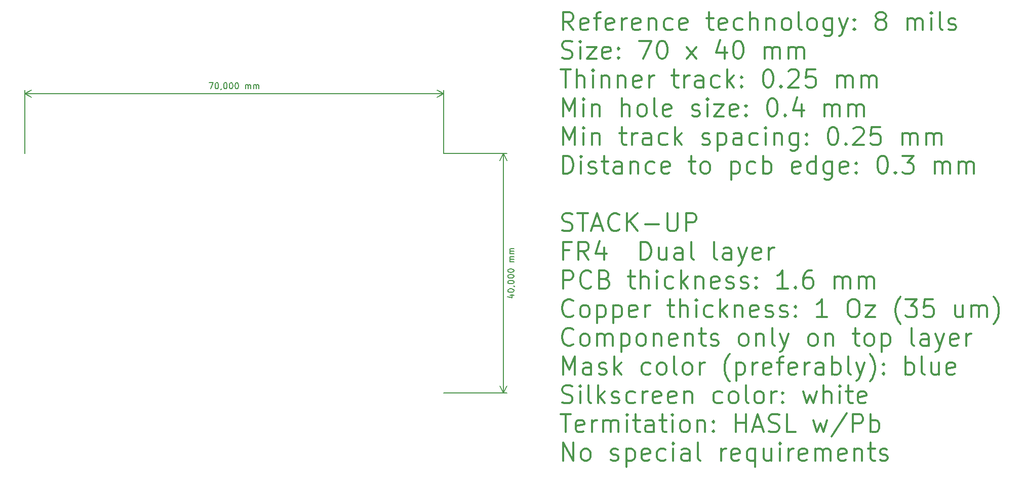
<source format=gbr>
G04 #@! TF.GenerationSoftware,KiCad,Pcbnew,(5.1.2)-1*
G04 #@! TF.CreationDate,2019-08-30T22:43:59-03:00*
G04 #@! TF.ProjectId,colpitts,636f6c70-6974-4747-932e-6b696361645f,v1*
G04 #@! TF.SameCoordinates,Original*
G04 #@! TF.FileFunction,Drawing*
%FSLAX46Y46*%
G04 Gerber Fmt 4.6, Leading zero omitted, Abs format (unit mm)*
G04 Created by KiCad (PCBNEW (5.1.2)-1) date 2019-08-30 22:43:59*
%MOMM*%
%LPD*%
G04 APERTURE LIST*
%ADD10C,0.150000*%
%ADD11C,0.300000*%
G04 APERTURE END LIST*
D10*
X171085714Y-93666666D02*
X171752380Y-93666666D01*
X170704761Y-93904761D02*
X171419047Y-94142857D01*
X171419047Y-93523809D01*
X170752380Y-92952380D02*
X170752380Y-92857142D01*
X170800000Y-92761904D01*
X170847619Y-92714285D01*
X170942857Y-92666666D01*
X171133333Y-92619047D01*
X171371428Y-92619047D01*
X171561904Y-92666666D01*
X171657142Y-92714285D01*
X171704761Y-92761904D01*
X171752380Y-92857142D01*
X171752380Y-92952380D01*
X171704761Y-93047619D01*
X171657142Y-93095238D01*
X171561904Y-93142857D01*
X171371428Y-93190476D01*
X171133333Y-93190476D01*
X170942857Y-93142857D01*
X170847619Y-93095238D01*
X170800000Y-93047619D01*
X170752380Y-92952380D01*
X171704761Y-92142857D02*
X171752380Y-92142857D01*
X171847619Y-92190476D01*
X171895238Y-92238095D01*
X170752380Y-91523809D02*
X170752380Y-91428571D01*
X170800000Y-91333333D01*
X170847619Y-91285714D01*
X170942857Y-91238095D01*
X171133333Y-91190476D01*
X171371428Y-91190476D01*
X171561904Y-91238095D01*
X171657142Y-91285714D01*
X171704761Y-91333333D01*
X171752380Y-91428571D01*
X171752380Y-91523809D01*
X171704761Y-91619047D01*
X171657142Y-91666666D01*
X171561904Y-91714285D01*
X171371428Y-91761904D01*
X171133333Y-91761904D01*
X170942857Y-91714285D01*
X170847619Y-91666666D01*
X170800000Y-91619047D01*
X170752380Y-91523809D01*
X170752380Y-90571428D02*
X170752380Y-90476190D01*
X170800000Y-90380952D01*
X170847619Y-90333333D01*
X170942857Y-90285714D01*
X171133333Y-90238095D01*
X171371428Y-90238095D01*
X171561904Y-90285714D01*
X171657142Y-90333333D01*
X171704761Y-90380952D01*
X171752380Y-90476190D01*
X171752380Y-90571428D01*
X171704761Y-90666666D01*
X171657142Y-90714285D01*
X171561904Y-90761904D01*
X171371428Y-90809523D01*
X171133333Y-90809523D01*
X170942857Y-90761904D01*
X170847619Y-90714285D01*
X170800000Y-90666666D01*
X170752380Y-90571428D01*
X170752380Y-89619047D02*
X170752380Y-89523809D01*
X170800000Y-89428571D01*
X170847619Y-89380952D01*
X170942857Y-89333333D01*
X171133333Y-89285714D01*
X171371428Y-89285714D01*
X171561904Y-89333333D01*
X171657142Y-89380952D01*
X171704761Y-89428571D01*
X171752380Y-89523809D01*
X171752380Y-89619047D01*
X171704761Y-89714285D01*
X171657142Y-89761904D01*
X171561904Y-89809523D01*
X171371428Y-89857142D01*
X171133333Y-89857142D01*
X170942857Y-89809523D01*
X170847619Y-89761904D01*
X170800000Y-89714285D01*
X170752380Y-89619047D01*
X171752380Y-88095238D02*
X171085714Y-88095238D01*
X171180952Y-88095238D02*
X171133333Y-88047619D01*
X171085714Y-87952380D01*
X171085714Y-87809523D01*
X171133333Y-87714285D01*
X171228571Y-87666666D01*
X171752380Y-87666666D01*
X171228571Y-87666666D02*
X171133333Y-87619047D01*
X171085714Y-87523809D01*
X171085714Y-87380952D01*
X171133333Y-87285714D01*
X171228571Y-87238095D01*
X171752380Y-87238095D01*
X171752380Y-86761904D02*
X171085714Y-86761904D01*
X171180952Y-86761904D02*
X171133333Y-86714285D01*
X171085714Y-86619047D01*
X171085714Y-86476190D01*
X171133333Y-86380952D01*
X171228571Y-86333333D01*
X171752380Y-86333333D01*
X171228571Y-86333333D02*
X171133333Y-86285714D01*
X171085714Y-86190476D01*
X171085714Y-86047619D01*
X171133333Y-85952380D01*
X171228571Y-85904761D01*
X171752380Y-85904761D01*
X170000000Y-110000000D02*
X170000000Y-70000000D01*
X160000000Y-110000000D02*
X170586421Y-110000000D01*
X160000000Y-70000000D02*
X170586421Y-70000000D01*
X170000000Y-70000000D02*
X170586421Y-71126504D01*
X170000000Y-70000000D02*
X169413579Y-71126504D01*
X170000000Y-110000000D02*
X170586421Y-108873496D01*
X170000000Y-110000000D02*
X169413579Y-108873496D01*
X120809523Y-58152380D02*
X121476190Y-58152380D01*
X121047619Y-59152380D01*
X122047619Y-58152380D02*
X122142857Y-58152380D01*
X122238095Y-58200000D01*
X122285714Y-58247619D01*
X122333333Y-58342857D01*
X122380952Y-58533333D01*
X122380952Y-58771428D01*
X122333333Y-58961904D01*
X122285714Y-59057142D01*
X122238095Y-59104761D01*
X122142857Y-59152380D01*
X122047619Y-59152380D01*
X121952380Y-59104761D01*
X121904761Y-59057142D01*
X121857142Y-58961904D01*
X121809523Y-58771428D01*
X121809523Y-58533333D01*
X121857142Y-58342857D01*
X121904761Y-58247619D01*
X121952380Y-58200000D01*
X122047619Y-58152380D01*
X122857142Y-59104761D02*
X122857142Y-59152380D01*
X122809523Y-59247619D01*
X122761904Y-59295238D01*
X123476190Y-58152380D02*
X123571428Y-58152380D01*
X123666666Y-58200000D01*
X123714285Y-58247619D01*
X123761904Y-58342857D01*
X123809523Y-58533333D01*
X123809523Y-58771428D01*
X123761904Y-58961904D01*
X123714285Y-59057142D01*
X123666666Y-59104761D01*
X123571428Y-59152380D01*
X123476190Y-59152380D01*
X123380952Y-59104761D01*
X123333333Y-59057142D01*
X123285714Y-58961904D01*
X123238095Y-58771428D01*
X123238095Y-58533333D01*
X123285714Y-58342857D01*
X123333333Y-58247619D01*
X123380952Y-58200000D01*
X123476190Y-58152380D01*
X124428571Y-58152380D02*
X124523809Y-58152380D01*
X124619047Y-58200000D01*
X124666666Y-58247619D01*
X124714285Y-58342857D01*
X124761904Y-58533333D01*
X124761904Y-58771428D01*
X124714285Y-58961904D01*
X124666666Y-59057142D01*
X124619047Y-59104761D01*
X124523809Y-59152380D01*
X124428571Y-59152380D01*
X124333333Y-59104761D01*
X124285714Y-59057142D01*
X124238095Y-58961904D01*
X124190476Y-58771428D01*
X124190476Y-58533333D01*
X124238095Y-58342857D01*
X124285714Y-58247619D01*
X124333333Y-58200000D01*
X124428571Y-58152380D01*
X125380952Y-58152380D02*
X125476190Y-58152380D01*
X125571428Y-58200000D01*
X125619047Y-58247619D01*
X125666666Y-58342857D01*
X125714285Y-58533333D01*
X125714285Y-58771428D01*
X125666666Y-58961904D01*
X125619047Y-59057142D01*
X125571428Y-59104761D01*
X125476190Y-59152380D01*
X125380952Y-59152380D01*
X125285714Y-59104761D01*
X125238095Y-59057142D01*
X125190476Y-58961904D01*
X125142857Y-58771428D01*
X125142857Y-58533333D01*
X125190476Y-58342857D01*
X125238095Y-58247619D01*
X125285714Y-58200000D01*
X125380952Y-58152380D01*
X126904761Y-59152380D02*
X126904761Y-58485714D01*
X126904761Y-58580952D02*
X126952380Y-58533333D01*
X127047619Y-58485714D01*
X127190476Y-58485714D01*
X127285714Y-58533333D01*
X127333333Y-58628571D01*
X127333333Y-59152380D01*
X127333333Y-58628571D02*
X127380952Y-58533333D01*
X127476190Y-58485714D01*
X127619047Y-58485714D01*
X127714285Y-58533333D01*
X127761904Y-58628571D01*
X127761904Y-59152380D01*
X128238095Y-59152380D02*
X128238095Y-58485714D01*
X128238095Y-58580952D02*
X128285714Y-58533333D01*
X128380952Y-58485714D01*
X128523809Y-58485714D01*
X128619047Y-58533333D01*
X128666666Y-58628571D01*
X128666666Y-59152380D01*
X128666666Y-58628571D02*
X128714285Y-58533333D01*
X128809523Y-58485714D01*
X128952380Y-58485714D01*
X129047619Y-58533333D01*
X129095238Y-58628571D01*
X129095238Y-59152380D01*
X90000000Y-60000000D02*
X160000000Y-60000000D01*
X90000000Y-70000000D02*
X90000000Y-59413579D01*
X160000000Y-70000000D02*
X160000000Y-59413579D01*
X160000000Y-60000000D02*
X158873496Y-60586421D01*
X160000000Y-60000000D02*
X158873496Y-59413579D01*
X90000000Y-60000000D02*
X91126504Y-60586421D01*
X90000000Y-60000000D02*
X91126504Y-59413579D01*
D11*
X181693571Y-49357142D02*
X180693571Y-47928571D01*
X179979285Y-49357142D02*
X179979285Y-46357142D01*
X181122142Y-46357142D01*
X181407857Y-46500000D01*
X181550714Y-46642857D01*
X181693571Y-46928571D01*
X181693571Y-47357142D01*
X181550714Y-47642857D01*
X181407857Y-47785714D01*
X181122142Y-47928571D01*
X179979285Y-47928571D01*
X184122142Y-49214285D02*
X183836428Y-49357142D01*
X183265000Y-49357142D01*
X182979285Y-49214285D01*
X182836428Y-48928571D01*
X182836428Y-47785714D01*
X182979285Y-47500000D01*
X183265000Y-47357142D01*
X183836428Y-47357142D01*
X184122142Y-47500000D01*
X184265000Y-47785714D01*
X184265000Y-48071428D01*
X182836428Y-48357142D01*
X185122142Y-47357142D02*
X186265000Y-47357142D01*
X185550714Y-49357142D02*
X185550714Y-46785714D01*
X185693571Y-46500000D01*
X185979285Y-46357142D01*
X186265000Y-46357142D01*
X188407857Y-49214285D02*
X188122142Y-49357142D01*
X187550714Y-49357142D01*
X187265000Y-49214285D01*
X187122142Y-48928571D01*
X187122142Y-47785714D01*
X187265000Y-47500000D01*
X187550714Y-47357142D01*
X188122142Y-47357142D01*
X188407857Y-47500000D01*
X188550714Y-47785714D01*
X188550714Y-48071428D01*
X187122142Y-48357142D01*
X189836428Y-49357142D02*
X189836428Y-47357142D01*
X189836428Y-47928571D02*
X189979285Y-47642857D01*
X190122142Y-47500000D01*
X190407857Y-47357142D01*
X190693571Y-47357142D01*
X192836428Y-49214285D02*
X192550714Y-49357142D01*
X191979285Y-49357142D01*
X191693571Y-49214285D01*
X191550714Y-48928571D01*
X191550714Y-47785714D01*
X191693571Y-47500000D01*
X191979285Y-47357142D01*
X192550714Y-47357142D01*
X192836428Y-47500000D01*
X192979285Y-47785714D01*
X192979285Y-48071428D01*
X191550714Y-48357142D01*
X194265000Y-47357142D02*
X194265000Y-49357142D01*
X194265000Y-47642857D02*
X194407857Y-47500000D01*
X194693571Y-47357142D01*
X195122142Y-47357142D01*
X195407857Y-47500000D01*
X195550714Y-47785714D01*
X195550714Y-49357142D01*
X198265000Y-49214285D02*
X197979285Y-49357142D01*
X197407857Y-49357142D01*
X197122142Y-49214285D01*
X196979285Y-49071428D01*
X196836428Y-48785714D01*
X196836428Y-47928571D01*
X196979285Y-47642857D01*
X197122142Y-47500000D01*
X197407857Y-47357142D01*
X197979285Y-47357142D01*
X198265000Y-47500000D01*
X200693571Y-49214285D02*
X200407857Y-49357142D01*
X199836428Y-49357142D01*
X199550714Y-49214285D01*
X199407857Y-48928571D01*
X199407857Y-47785714D01*
X199550714Y-47500000D01*
X199836428Y-47357142D01*
X200407857Y-47357142D01*
X200693571Y-47500000D01*
X200836428Y-47785714D01*
X200836428Y-48071428D01*
X199407857Y-48357142D01*
X203979285Y-47357142D02*
X205122142Y-47357142D01*
X204407857Y-46357142D02*
X204407857Y-48928571D01*
X204550714Y-49214285D01*
X204836428Y-49357142D01*
X205122142Y-49357142D01*
X207265000Y-49214285D02*
X206979285Y-49357142D01*
X206407857Y-49357142D01*
X206122142Y-49214285D01*
X205979285Y-48928571D01*
X205979285Y-47785714D01*
X206122142Y-47500000D01*
X206407857Y-47357142D01*
X206979285Y-47357142D01*
X207265000Y-47500000D01*
X207407857Y-47785714D01*
X207407857Y-48071428D01*
X205979285Y-48357142D01*
X209979285Y-49214285D02*
X209693571Y-49357142D01*
X209122142Y-49357142D01*
X208836428Y-49214285D01*
X208693571Y-49071428D01*
X208550714Y-48785714D01*
X208550714Y-47928571D01*
X208693571Y-47642857D01*
X208836428Y-47500000D01*
X209122142Y-47357142D01*
X209693571Y-47357142D01*
X209979285Y-47500000D01*
X211265000Y-49357142D02*
X211265000Y-46357142D01*
X212550714Y-49357142D02*
X212550714Y-47785714D01*
X212407857Y-47500000D01*
X212122142Y-47357142D01*
X211693571Y-47357142D01*
X211407857Y-47500000D01*
X211265000Y-47642857D01*
X213979285Y-47357142D02*
X213979285Y-49357142D01*
X213979285Y-47642857D02*
X214122142Y-47500000D01*
X214407857Y-47357142D01*
X214836428Y-47357142D01*
X215122142Y-47500000D01*
X215265000Y-47785714D01*
X215265000Y-49357142D01*
X217122142Y-49357142D02*
X216836428Y-49214285D01*
X216693571Y-49071428D01*
X216550714Y-48785714D01*
X216550714Y-47928571D01*
X216693571Y-47642857D01*
X216836428Y-47500000D01*
X217122142Y-47357142D01*
X217550714Y-47357142D01*
X217836428Y-47500000D01*
X217979285Y-47642857D01*
X218122142Y-47928571D01*
X218122142Y-48785714D01*
X217979285Y-49071428D01*
X217836428Y-49214285D01*
X217550714Y-49357142D01*
X217122142Y-49357142D01*
X219836428Y-49357142D02*
X219550714Y-49214285D01*
X219407857Y-48928571D01*
X219407857Y-46357142D01*
X221407857Y-49357142D02*
X221122142Y-49214285D01*
X220979285Y-49071428D01*
X220836428Y-48785714D01*
X220836428Y-47928571D01*
X220979285Y-47642857D01*
X221122142Y-47500000D01*
X221407857Y-47357142D01*
X221836428Y-47357142D01*
X222122142Y-47500000D01*
X222265000Y-47642857D01*
X222407857Y-47928571D01*
X222407857Y-48785714D01*
X222265000Y-49071428D01*
X222122142Y-49214285D01*
X221836428Y-49357142D01*
X221407857Y-49357142D01*
X224979285Y-47357142D02*
X224979285Y-49785714D01*
X224836428Y-50071428D01*
X224693571Y-50214285D01*
X224407857Y-50357142D01*
X223979285Y-50357142D01*
X223693571Y-50214285D01*
X224979285Y-49214285D02*
X224693571Y-49357142D01*
X224122142Y-49357142D01*
X223836428Y-49214285D01*
X223693571Y-49071428D01*
X223550714Y-48785714D01*
X223550714Y-47928571D01*
X223693571Y-47642857D01*
X223836428Y-47500000D01*
X224122142Y-47357142D01*
X224693571Y-47357142D01*
X224979285Y-47500000D01*
X226122142Y-47357142D02*
X226836428Y-49357142D01*
X227550714Y-47357142D02*
X226836428Y-49357142D01*
X226550714Y-50071428D01*
X226407857Y-50214285D01*
X226122142Y-50357142D01*
X228693571Y-49071428D02*
X228836428Y-49214285D01*
X228693571Y-49357142D01*
X228550714Y-49214285D01*
X228693571Y-49071428D01*
X228693571Y-49357142D01*
X228693571Y-47500000D02*
X228836428Y-47642857D01*
X228693571Y-47785714D01*
X228550714Y-47642857D01*
X228693571Y-47500000D01*
X228693571Y-47785714D01*
X232836428Y-47642857D02*
X232550714Y-47500000D01*
X232407857Y-47357142D01*
X232265000Y-47071428D01*
X232265000Y-46928571D01*
X232407857Y-46642857D01*
X232550714Y-46500000D01*
X232836428Y-46357142D01*
X233407857Y-46357142D01*
X233693571Y-46500000D01*
X233836428Y-46642857D01*
X233979285Y-46928571D01*
X233979285Y-47071428D01*
X233836428Y-47357142D01*
X233693571Y-47500000D01*
X233407857Y-47642857D01*
X232836428Y-47642857D01*
X232550714Y-47785714D01*
X232407857Y-47928571D01*
X232265000Y-48214285D01*
X232265000Y-48785714D01*
X232407857Y-49071428D01*
X232550714Y-49214285D01*
X232836428Y-49357142D01*
X233407857Y-49357142D01*
X233693571Y-49214285D01*
X233836428Y-49071428D01*
X233979285Y-48785714D01*
X233979285Y-48214285D01*
X233836428Y-47928571D01*
X233693571Y-47785714D01*
X233407857Y-47642857D01*
X237550714Y-49357142D02*
X237550714Y-47357142D01*
X237550714Y-47642857D02*
X237693571Y-47500000D01*
X237979285Y-47357142D01*
X238407857Y-47357142D01*
X238693571Y-47500000D01*
X238836428Y-47785714D01*
X238836428Y-49357142D01*
X238836428Y-47785714D02*
X238979285Y-47500000D01*
X239265000Y-47357142D01*
X239693571Y-47357142D01*
X239979285Y-47500000D01*
X240122142Y-47785714D01*
X240122142Y-49357142D01*
X241550714Y-49357142D02*
X241550714Y-47357142D01*
X241550714Y-46357142D02*
X241407857Y-46500000D01*
X241550714Y-46642857D01*
X241693571Y-46500000D01*
X241550714Y-46357142D01*
X241550714Y-46642857D01*
X243407857Y-49357142D02*
X243122142Y-49214285D01*
X242979285Y-48928571D01*
X242979285Y-46357142D01*
X244407857Y-49214285D02*
X244693571Y-49357142D01*
X245265000Y-49357142D01*
X245550714Y-49214285D01*
X245693571Y-48928571D01*
X245693571Y-48785714D01*
X245550714Y-48500000D01*
X245265000Y-48357142D01*
X244836428Y-48357142D01*
X244550714Y-48214285D01*
X244407857Y-47928571D01*
X244407857Y-47785714D01*
X244550714Y-47500000D01*
X244836428Y-47357142D01*
X245265000Y-47357142D01*
X245550714Y-47500000D01*
X179836428Y-54014285D02*
X180265000Y-54157142D01*
X180979285Y-54157142D01*
X181265000Y-54014285D01*
X181407857Y-53871428D01*
X181550714Y-53585714D01*
X181550714Y-53300000D01*
X181407857Y-53014285D01*
X181265000Y-52871428D01*
X180979285Y-52728571D01*
X180407857Y-52585714D01*
X180122142Y-52442857D01*
X179979285Y-52300000D01*
X179836428Y-52014285D01*
X179836428Y-51728571D01*
X179979285Y-51442857D01*
X180122142Y-51300000D01*
X180407857Y-51157142D01*
X181122142Y-51157142D01*
X181550714Y-51300000D01*
X182836428Y-54157142D02*
X182836428Y-52157142D01*
X182836428Y-51157142D02*
X182693571Y-51300000D01*
X182836428Y-51442857D01*
X182979285Y-51300000D01*
X182836428Y-51157142D01*
X182836428Y-51442857D01*
X183979285Y-52157142D02*
X185550714Y-52157142D01*
X183979285Y-54157142D01*
X185550714Y-54157142D01*
X187836428Y-54014285D02*
X187550714Y-54157142D01*
X186979285Y-54157142D01*
X186693571Y-54014285D01*
X186550714Y-53728571D01*
X186550714Y-52585714D01*
X186693571Y-52300000D01*
X186979285Y-52157142D01*
X187550714Y-52157142D01*
X187836428Y-52300000D01*
X187979285Y-52585714D01*
X187979285Y-52871428D01*
X186550714Y-53157142D01*
X189265000Y-53871428D02*
X189407857Y-54014285D01*
X189265000Y-54157142D01*
X189122142Y-54014285D01*
X189265000Y-53871428D01*
X189265000Y-54157142D01*
X189265000Y-52300000D02*
X189407857Y-52442857D01*
X189265000Y-52585714D01*
X189122142Y-52442857D01*
X189265000Y-52300000D01*
X189265000Y-52585714D01*
X192693571Y-51157142D02*
X194693571Y-51157142D01*
X193407857Y-54157142D01*
X196407857Y-51157142D02*
X196693571Y-51157142D01*
X196979285Y-51300000D01*
X197122142Y-51442857D01*
X197265000Y-51728571D01*
X197407857Y-52300000D01*
X197407857Y-53014285D01*
X197265000Y-53585714D01*
X197122142Y-53871428D01*
X196979285Y-54014285D01*
X196693571Y-54157142D01*
X196407857Y-54157142D01*
X196122142Y-54014285D01*
X195979285Y-53871428D01*
X195836428Y-53585714D01*
X195693571Y-53014285D01*
X195693571Y-52300000D01*
X195836428Y-51728571D01*
X195979285Y-51442857D01*
X196122142Y-51300000D01*
X196407857Y-51157142D01*
X200693571Y-54157142D02*
X202265000Y-52157142D01*
X200693571Y-52157142D02*
X202265000Y-54157142D01*
X206979285Y-52157142D02*
X206979285Y-54157142D01*
X206265000Y-51014285D02*
X205550714Y-53157142D01*
X207407857Y-53157142D01*
X209122142Y-51157142D02*
X209407857Y-51157142D01*
X209693571Y-51300000D01*
X209836428Y-51442857D01*
X209979285Y-51728571D01*
X210122142Y-52300000D01*
X210122142Y-53014285D01*
X209979285Y-53585714D01*
X209836428Y-53871428D01*
X209693571Y-54014285D01*
X209407857Y-54157142D01*
X209122142Y-54157142D01*
X208836428Y-54014285D01*
X208693571Y-53871428D01*
X208550714Y-53585714D01*
X208407857Y-53014285D01*
X208407857Y-52300000D01*
X208550714Y-51728571D01*
X208693571Y-51442857D01*
X208836428Y-51300000D01*
X209122142Y-51157142D01*
X213693571Y-54157142D02*
X213693571Y-52157142D01*
X213693571Y-52442857D02*
X213836428Y-52300000D01*
X214122142Y-52157142D01*
X214550714Y-52157142D01*
X214836428Y-52300000D01*
X214979285Y-52585714D01*
X214979285Y-54157142D01*
X214979285Y-52585714D02*
X215122142Y-52300000D01*
X215407857Y-52157142D01*
X215836428Y-52157142D01*
X216122142Y-52300000D01*
X216265000Y-52585714D01*
X216265000Y-54157142D01*
X217693571Y-54157142D02*
X217693571Y-52157142D01*
X217693571Y-52442857D02*
X217836428Y-52300000D01*
X218122142Y-52157142D01*
X218550714Y-52157142D01*
X218836428Y-52300000D01*
X218979285Y-52585714D01*
X218979285Y-54157142D01*
X218979285Y-52585714D02*
X219122142Y-52300000D01*
X219407857Y-52157142D01*
X219836428Y-52157142D01*
X220122142Y-52300000D01*
X220265000Y-52585714D01*
X220265000Y-54157142D01*
X179550714Y-55957142D02*
X181265000Y-55957142D01*
X180407857Y-58957142D02*
X180407857Y-55957142D01*
X182265000Y-58957142D02*
X182265000Y-55957142D01*
X183550714Y-58957142D02*
X183550714Y-57385714D01*
X183407857Y-57100000D01*
X183122142Y-56957142D01*
X182693571Y-56957142D01*
X182407857Y-57100000D01*
X182265000Y-57242857D01*
X184979285Y-58957142D02*
X184979285Y-56957142D01*
X184979285Y-55957142D02*
X184836428Y-56100000D01*
X184979285Y-56242857D01*
X185122142Y-56100000D01*
X184979285Y-55957142D01*
X184979285Y-56242857D01*
X186407857Y-56957142D02*
X186407857Y-58957142D01*
X186407857Y-57242857D02*
X186550714Y-57100000D01*
X186836428Y-56957142D01*
X187265000Y-56957142D01*
X187550714Y-57100000D01*
X187693571Y-57385714D01*
X187693571Y-58957142D01*
X189122142Y-56957142D02*
X189122142Y-58957142D01*
X189122142Y-57242857D02*
X189265000Y-57100000D01*
X189550714Y-56957142D01*
X189979285Y-56957142D01*
X190265000Y-57100000D01*
X190407857Y-57385714D01*
X190407857Y-58957142D01*
X192979285Y-58814285D02*
X192693571Y-58957142D01*
X192122142Y-58957142D01*
X191836428Y-58814285D01*
X191693571Y-58528571D01*
X191693571Y-57385714D01*
X191836428Y-57100000D01*
X192122142Y-56957142D01*
X192693571Y-56957142D01*
X192979285Y-57100000D01*
X193122142Y-57385714D01*
X193122142Y-57671428D01*
X191693571Y-57957142D01*
X194407857Y-58957142D02*
X194407857Y-56957142D01*
X194407857Y-57528571D02*
X194550714Y-57242857D01*
X194693571Y-57100000D01*
X194979285Y-56957142D01*
X195265000Y-56957142D01*
X198122142Y-56957142D02*
X199265000Y-56957142D01*
X198550714Y-55957142D02*
X198550714Y-58528571D01*
X198693571Y-58814285D01*
X198979285Y-58957142D01*
X199265000Y-58957142D01*
X200265000Y-58957142D02*
X200265000Y-56957142D01*
X200265000Y-57528571D02*
X200407857Y-57242857D01*
X200550714Y-57100000D01*
X200836428Y-56957142D01*
X201122142Y-56957142D01*
X203407857Y-58957142D02*
X203407857Y-57385714D01*
X203265000Y-57100000D01*
X202979285Y-56957142D01*
X202407857Y-56957142D01*
X202122142Y-57100000D01*
X203407857Y-58814285D02*
X203122142Y-58957142D01*
X202407857Y-58957142D01*
X202122142Y-58814285D01*
X201979285Y-58528571D01*
X201979285Y-58242857D01*
X202122142Y-57957142D01*
X202407857Y-57814285D01*
X203122142Y-57814285D01*
X203407857Y-57671428D01*
X206122142Y-58814285D02*
X205836428Y-58957142D01*
X205265000Y-58957142D01*
X204979285Y-58814285D01*
X204836428Y-58671428D01*
X204693571Y-58385714D01*
X204693571Y-57528571D01*
X204836428Y-57242857D01*
X204979285Y-57100000D01*
X205265000Y-56957142D01*
X205836428Y-56957142D01*
X206122142Y-57100000D01*
X207407857Y-58957142D02*
X207407857Y-55957142D01*
X207693571Y-57814285D02*
X208550714Y-58957142D01*
X208550714Y-56957142D02*
X207407857Y-58100000D01*
X209836428Y-58671428D02*
X209979285Y-58814285D01*
X209836428Y-58957142D01*
X209693571Y-58814285D01*
X209836428Y-58671428D01*
X209836428Y-58957142D01*
X209836428Y-57100000D02*
X209979285Y-57242857D01*
X209836428Y-57385714D01*
X209693571Y-57242857D01*
X209836428Y-57100000D01*
X209836428Y-57385714D01*
X214122142Y-55957142D02*
X214407857Y-55957142D01*
X214693571Y-56100000D01*
X214836428Y-56242857D01*
X214979285Y-56528571D01*
X215122142Y-57100000D01*
X215122142Y-57814285D01*
X214979285Y-58385714D01*
X214836428Y-58671428D01*
X214693571Y-58814285D01*
X214407857Y-58957142D01*
X214122142Y-58957142D01*
X213836428Y-58814285D01*
X213693571Y-58671428D01*
X213550714Y-58385714D01*
X213407857Y-57814285D01*
X213407857Y-57100000D01*
X213550714Y-56528571D01*
X213693571Y-56242857D01*
X213836428Y-56100000D01*
X214122142Y-55957142D01*
X216407857Y-58671428D02*
X216550714Y-58814285D01*
X216407857Y-58957142D01*
X216265000Y-58814285D01*
X216407857Y-58671428D01*
X216407857Y-58957142D01*
X217693571Y-56242857D02*
X217836428Y-56100000D01*
X218122142Y-55957142D01*
X218836428Y-55957142D01*
X219122142Y-56100000D01*
X219265000Y-56242857D01*
X219407857Y-56528571D01*
X219407857Y-56814285D01*
X219265000Y-57242857D01*
X217550714Y-58957142D01*
X219407857Y-58957142D01*
X222122142Y-55957142D02*
X220693571Y-55957142D01*
X220550714Y-57385714D01*
X220693571Y-57242857D01*
X220979285Y-57100000D01*
X221693571Y-57100000D01*
X221979285Y-57242857D01*
X222122142Y-57385714D01*
X222265000Y-57671428D01*
X222265000Y-58385714D01*
X222122142Y-58671428D01*
X221979285Y-58814285D01*
X221693571Y-58957142D01*
X220979285Y-58957142D01*
X220693571Y-58814285D01*
X220550714Y-58671428D01*
X225836428Y-58957142D02*
X225836428Y-56957142D01*
X225836428Y-57242857D02*
X225979285Y-57100000D01*
X226265000Y-56957142D01*
X226693571Y-56957142D01*
X226979285Y-57100000D01*
X227122142Y-57385714D01*
X227122142Y-58957142D01*
X227122142Y-57385714D02*
X227265000Y-57100000D01*
X227550714Y-56957142D01*
X227979285Y-56957142D01*
X228265000Y-57100000D01*
X228407857Y-57385714D01*
X228407857Y-58957142D01*
X229836428Y-58957142D02*
X229836428Y-56957142D01*
X229836428Y-57242857D02*
X229979285Y-57100000D01*
X230265000Y-56957142D01*
X230693571Y-56957142D01*
X230979285Y-57100000D01*
X231122142Y-57385714D01*
X231122142Y-58957142D01*
X231122142Y-57385714D02*
X231265000Y-57100000D01*
X231550714Y-56957142D01*
X231979285Y-56957142D01*
X232265000Y-57100000D01*
X232407857Y-57385714D01*
X232407857Y-58957142D01*
X179979285Y-63757142D02*
X179979285Y-60757142D01*
X180979285Y-62900000D01*
X181979285Y-60757142D01*
X181979285Y-63757142D01*
X183407857Y-63757142D02*
X183407857Y-61757142D01*
X183407857Y-60757142D02*
X183265000Y-60900000D01*
X183407857Y-61042857D01*
X183550714Y-60900000D01*
X183407857Y-60757142D01*
X183407857Y-61042857D01*
X184836428Y-61757142D02*
X184836428Y-63757142D01*
X184836428Y-62042857D02*
X184979285Y-61900000D01*
X185265000Y-61757142D01*
X185693571Y-61757142D01*
X185979285Y-61900000D01*
X186122142Y-62185714D01*
X186122142Y-63757142D01*
X189836428Y-63757142D02*
X189836428Y-60757142D01*
X191122142Y-63757142D02*
X191122142Y-62185714D01*
X190979285Y-61900000D01*
X190693571Y-61757142D01*
X190265000Y-61757142D01*
X189979285Y-61900000D01*
X189836428Y-62042857D01*
X192979285Y-63757142D02*
X192693571Y-63614285D01*
X192550714Y-63471428D01*
X192407857Y-63185714D01*
X192407857Y-62328571D01*
X192550714Y-62042857D01*
X192693571Y-61900000D01*
X192979285Y-61757142D01*
X193407857Y-61757142D01*
X193693571Y-61900000D01*
X193836428Y-62042857D01*
X193979285Y-62328571D01*
X193979285Y-63185714D01*
X193836428Y-63471428D01*
X193693571Y-63614285D01*
X193407857Y-63757142D01*
X192979285Y-63757142D01*
X195693571Y-63757142D02*
X195407857Y-63614285D01*
X195265000Y-63328571D01*
X195265000Y-60757142D01*
X197979285Y-63614285D02*
X197693571Y-63757142D01*
X197122142Y-63757142D01*
X196836428Y-63614285D01*
X196693571Y-63328571D01*
X196693571Y-62185714D01*
X196836428Y-61900000D01*
X197122142Y-61757142D01*
X197693571Y-61757142D01*
X197979285Y-61900000D01*
X198122142Y-62185714D01*
X198122142Y-62471428D01*
X196693571Y-62757142D01*
X201550714Y-63614285D02*
X201836428Y-63757142D01*
X202407857Y-63757142D01*
X202693571Y-63614285D01*
X202836428Y-63328571D01*
X202836428Y-63185714D01*
X202693571Y-62900000D01*
X202407857Y-62757142D01*
X201979285Y-62757142D01*
X201693571Y-62614285D01*
X201550714Y-62328571D01*
X201550714Y-62185714D01*
X201693571Y-61900000D01*
X201979285Y-61757142D01*
X202407857Y-61757142D01*
X202693571Y-61900000D01*
X204122142Y-63757142D02*
X204122142Y-61757142D01*
X204122142Y-60757142D02*
X203979285Y-60900000D01*
X204122142Y-61042857D01*
X204265000Y-60900000D01*
X204122142Y-60757142D01*
X204122142Y-61042857D01*
X205265000Y-61757142D02*
X206836428Y-61757142D01*
X205265000Y-63757142D01*
X206836428Y-63757142D01*
X209122142Y-63614285D02*
X208836428Y-63757142D01*
X208265000Y-63757142D01*
X207979285Y-63614285D01*
X207836428Y-63328571D01*
X207836428Y-62185714D01*
X207979285Y-61900000D01*
X208265000Y-61757142D01*
X208836428Y-61757142D01*
X209122142Y-61900000D01*
X209265000Y-62185714D01*
X209265000Y-62471428D01*
X207836428Y-62757142D01*
X210550714Y-63471428D02*
X210693571Y-63614285D01*
X210550714Y-63757142D01*
X210407857Y-63614285D01*
X210550714Y-63471428D01*
X210550714Y-63757142D01*
X210550714Y-61900000D02*
X210693571Y-62042857D01*
X210550714Y-62185714D01*
X210407857Y-62042857D01*
X210550714Y-61900000D01*
X210550714Y-62185714D01*
X214836428Y-60757142D02*
X215122142Y-60757142D01*
X215407857Y-60900000D01*
X215550714Y-61042857D01*
X215693571Y-61328571D01*
X215836428Y-61900000D01*
X215836428Y-62614285D01*
X215693571Y-63185714D01*
X215550714Y-63471428D01*
X215407857Y-63614285D01*
X215122142Y-63757142D01*
X214836428Y-63757142D01*
X214550714Y-63614285D01*
X214407857Y-63471428D01*
X214265000Y-63185714D01*
X214122142Y-62614285D01*
X214122142Y-61900000D01*
X214265000Y-61328571D01*
X214407857Y-61042857D01*
X214550714Y-60900000D01*
X214836428Y-60757142D01*
X217122142Y-63471428D02*
X217265000Y-63614285D01*
X217122142Y-63757142D01*
X216979285Y-63614285D01*
X217122142Y-63471428D01*
X217122142Y-63757142D01*
X219836428Y-61757142D02*
X219836428Y-63757142D01*
X219122142Y-60614285D02*
X218407857Y-62757142D01*
X220265000Y-62757142D01*
X223693571Y-63757142D02*
X223693571Y-61757142D01*
X223693571Y-62042857D02*
X223836428Y-61900000D01*
X224122142Y-61757142D01*
X224550714Y-61757142D01*
X224836428Y-61900000D01*
X224979285Y-62185714D01*
X224979285Y-63757142D01*
X224979285Y-62185714D02*
X225122142Y-61900000D01*
X225407857Y-61757142D01*
X225836428Y-61757142D01*
X226122142Y-61900000D01*
X226265000Y-62185714D01*
X226265000Y-63757142D01*
X227693571Y-63757142D02*
X227693571Y-61757142D01*
X227693571Y-62042857D02*
X227836428Y-61900000D01*
X228122142Y-61757142D01*
X228550714Y-61757142D01*
X228836428Y-61900000D01*
X228979285Y-62185714D01*
X228979285Y-63757142D01*
X228979285Y-62185714D02*
X229122142Y-61900000D01*
X229407857Y-61757142D01*
X229836428Y-61757142D01*
X230122142Y-61900000D01*
X230265000Y-62185714D01*
X230265000Y-63757142D01*
X179979285Y-68557142D02*
X179979285Y-65557142D01*
X180979285Y-67700000D01*
X181979285Y-65557142D01*
X181979285Y-68557142D01*
X183407857Y-68557142D02*
X183407857Y-66557142D01*
X183407857Y-65557142D02*
X183265000Y-65700000D01*
X183407857Y-65842857D01*
X183550714Y-65700000D01*
X183407857Y-65557142D01*
X183407857Y-65842857D01*
X184836428Y-66557142D02*
X184836428Y-68557142D01*
X184836428Y-66842857D02*
X184979285Y-66700000D01*
X185265000Y-66557142D01*
X185693571Y-66557142D01*
X185979285Y-66700000D01*
X186122142Y-66985714D01*
X186122142Y-68557142D01*
X189407857Y-66557142D02*
X190550714Y-66557142D01*
X189836428Y-65557142D02*
X189836428Y-68128571D01*
X189979285Y-68414285D01*
X190265000Y-68557142D01*
X190550714Y-68557142D01*
X191550714Y-68557142D02*
X191550714Y-66557142D01*
X191550714Y-67128571D02*
X191693571Y-66842857D01*
X191836428Y-66700000D01*
X192122142Y-66557142D01*
X192407857Y-66557142D01*
X194693571Y-68557142D02*
X194693571Y-66985714D01*
X194550714Y-66700000D01*
X194265000Y-66557142D01*
X193693571Y-66557142D01*
X193407857Y-66700000D01*
X194693571Y-68414285D02*
X194407857Y-68557142D01*
X193693571Y-68557142D01*
X193407857Y-68414285D01*
X193265000Y-68128571D01*
X193265000Y-67842857D01*
X193407857Y-67557142D01*
X193693571Y-67414285D01*
X194407857Y-67414285D01*
X194693571Y-67271428D01*
X197407857Y-68414285D02*
X197122142Y-68557142D01*
X196550714Y-68557142D01*
X196265000Y-68414285D01*
X196122142Y-68271428D01*
X195979285Y-67985714D01*
X195979285Y-67128571D01*
X196122142Y-66842857D01*
X196265000Y-66700000D01*
X196550714Y-66557142D01*
X197122142Y-66557142D01*
X197407857Y-66700000D01*
X198693571Y-68557142D02*
X198693571Y-65557142D01*
X198979285Y-67414285D02*
X199836428Y-68557142D01*
X199836428Y-66557142D02*
X198693571Y-67700000D01*
X203265000Y-68414285D02*
X203550714Y-68557142D01*
X204122142Y-68557142D01*
X204407857Y-68414285D01*
X204550714Y-68128571D01*
X204550714Y-67985714D01*
X204407857Y-67700000D01*
X204122142Y-67557142D01*
X203693571Y-67557142D01*
X203407857Y-67414285D01*
X203265000Y-67128571D01*
X203265000Y-66985714D01*
X203407857Y-66700000D01*
X203693571Y-66557142D01*
X204122142Y-66557142D01*
X204407857Y-66700000D01*
X205836428Y-66557142D02*
X205836428Y-69557142D01*
X205836428Y-66700000D02*
X206122142Y-66557142D01*
X206693571Y-66557142D01*
X206979285Y-66700000D01*
X207122142Y-66842857D01*
X207265000Y-67128571D01*
X207265000Y-67985714D01*
X207122142Y-68271428D01*
X206979285Y-68414285D01*
X206693571Y-68557142D01*
X206122142Y-68557142D01*
X205836428Y-68414285D01*
X209836428Y-68557142D02*
X209836428Y-66985714D01*
X209693571Y-66700000D01*
X209407857Y-66557142D01*
X208836428Y-66557142D01*
X208550714Y-66700000D01*
X209836428Y-68414285D02*
X209550714Y-68557142D01*
X208836428Y-68557142D01*
X208550714Y-68414285D01*
X208407857Y-68128571D01*
X208407857Y-67842857D01*
X208550714Y-67557142D01*
X208836428Y-67414285D01*
X209550714Y-67414285D01*
X209836428Y-67271428D01*
X212550714Y-68414285D02*
X212265000Y-68557142D01*
X211693571Y-68557142D01*
X211407857Y-68414285D01*
X211265000Y-68271428D01*
X211122142Y-67985714D01*
X211122142Y-67128571D01*
X211265000Y-66842857D01*
X211407857Y-66700000D01*
X211693571Y-66557142D01*
X212265000Y-66557142D01*
X212550714Y-66700000D01*
X213836428Y-68557142D02*
X213836428Y-66557142D01*
X213836428Y-65557142D02*
X213693571Y-65700000D01*
X213836428Y-65842857D01*
X213979285Y-65700000D01*
X213836428Y-65557142D01*
X213836428Y-65842857D01*
X215265000Y-66557142D02*
X215265000Y-68557142D01*
X215265000Y-66842857D02*
X215407857Y-66700000D01*
X215693571Y-66557142D01*
X216122142Y-66557142D01*
X216407857Y-66700000D01*
X216550714Y-66985714D01*
X216550714Y-68557142D01*
X219265000Y-66557142D02*
X219265000Y-68985714D01*
X219122142Y-69271428D01*
X218979285Y-69414285D01*
X218693571Y-69557142D01*
X218265000Y-69557142D01*
X217979285Y-69414285D01*
X219265000Y-68414285D02*
X218979285Y-68557142D01*
X218407857Y-68557142D01*
X218122142Y-68414285D01*
X217979285Y-68271428D01*
X217836428Y-67985714D01*
X217836428Y-67128571D01*
X217979285Y-66842857D01*
X218122142Y-66700000D01*
X218407857Y-66557142D01*
X218979285Y-66557142D01*
X219265000Y-66700000D01*
X220693571Y-68271428D02*
X220836428Y-68414285D01*
X220693571Y-68557142D01*
X220550714Y-68414285D01*
X220693571Y-68271428D01*
X220693571Y-68557142D01*
X220693571Y-66700000D02*
X220836428Y-66842857D01*
X220693571Y-66985714D01*
X220550714Y-66842857D01*
X220693571Y-66700000D01*
X220693571Y-66985714D01*
X224979285Y-65557142D02*
X225265000Y-65557142D01*
X225550714Y-65700000D01*
X225693571Y-65842857D01*
X225836428Y-66128571D01*
X225979285Y-66700000D01*
X225979285Y-67414285D01*
X225836428Y-67985714D01*
X225693571Y-68271428D01*
X225550714Y-68414285D01*
X225265000Y-68557142D01*
X224979285Y-68557142D01*
X224693571Y-68414285D01*
X224550714Y-68271428D01*
X224407857Y-67985714D01*
X224265000Y-67414285D01*
X224265000Y-66700000D01*
X224407857Y-66128571D01*
X224550714Y-65842857D01*
X224693571Y-65700000D01*
X224979285Y-65557142D01*
X227265000Y-68271428D02*
X227407857Y-68414285D01*
X227265000Y-68557142D01*
X227122142Y-68414285D01*
X227265000Y-68271428D01*
X227265000Y-68557142D01*
X228550714Y-65842857D02*
X228693571Y-65700000D01*
X228979285Y-65557142D01*
X229693571Y-65557142D01*
X229979285Y-65700000D01*
X230122142Y-65842857D01*
X230265000Y-66128571D01*
X230265000Y-66414285D01*
X230122142Y-66842857D01*
X228407857Y-68557142D01*
X230265000Y-68557142D01*
X232979285Y-65557142D02*
X231550714Y-65557142D01*
X231407857Y-66985714D01*
X231550714Y-66842857D01*
X231836428Y-66700000D01*
X232550714Y-66700000D01*
X232836428Y-66842857D01*
X232979285Y-66985714D01*
X233122142Y-67271428D01*
X233122142Y-67985714D01*
X232979285Y-68271428D01*
X232836428Y-68414285D01*
X232550714Y-68557142D01*
X231836428Y-68557142D01*
X231550714Y-68414285D01*
X231407857Y-68271428D01*
X236693571Y-68557142D02*
X236693571Y-66557142D01*
X236693571Y-66842857D02*
X236836428Y-66700000D01*
X237122142Y-66557142D01*
X237550714Y-66557142D01*
X237836428Y-66700000D01*
X237979285Y-66985714D01*
X237979285Y-68557142D01*
X237979285Y-66985714D02*
X238122142Y-66700000D01*
X238407857Y-66557142D01*
X238836428Y-66557142D01*
X239122142Y-66700000D01*
X239265000Y-66985714D01*
X239265000Y-68557142D01*
X240693571Y-68557142D02*
X240693571Y-66557142D01*
X240693571Y-66842857D02*
X240836428Y-66700000D01*
X241122142Y-66557142D01*
X241550714Y-66557142D01*
X241836428Y-66700000D01*
X241979285Y-66985714D01*
X241979285Y-68557142D01*
X241979285Y-66985714D02*
X242122142Y-66700000D01*
X242407857Y-66557142D01*
X242836428Y-66557142D01*
X243122142Y-66700000D01*
X243265000Y-66985714D01*
X243265000Y-68557142D01*
X179979285Y-73357142D02*
X179979285Y-70357142D01*
X180693571Y-70357142D01*
X181122142Y-70500000D01*
X181407857Y-70785714D01*
X181550714Y-71071428D01*
X181693571Y-71642857D01*
X181693571Y-72071428D01*
X181550714Y-72642857D01*
X181407857Y-72928571D01*
X181122142Y-73214285D01*
X180693571Y-73357142D01*
X179979285Y-73357142D01*
X182979285Y-73357142D02*
X182979285Y-71357142D01*
X182979285Y-70357142D02*
X182836428Y-70500000D01*
X182979285Y-70642857D01*
X183122142Y-70500000D01*
X182979285Y-70357142D01*
X182979285Y-70642857D01*
X184265000Y-73214285D02*
X184550714Y-73357142D01*
X185122142Y-73357142D01*
X185407857Y-73214285D01*
X185550714Y-72928571D01*
X185550714Y-72785714D01*
X185407857Y-72500000D01*
X185122142Y-72357142D01*
X184693571Y-72357142D01*
X184407857Y-72214285D01*
X184265000Y-71928571D01*
X184265000Y-71785714D01*
X184407857Y-71500000D01*
X184693571Y-71357142D01*
X185122142Y-71357142D01*
X185407857Y-71500000D01*
X186407857Y-71357142D02*
X187550714Y-71357142D01*
X186836428Y-70357142D02*
X186836428Y-72928571D01*
X186979285Y-73214285D01*
X187265000Y-73357142D01*
X187550714Y-73357142D01*
X189836428Y-73357142D02*
X189836428Y-71785714D01*
X189693571Y-71500000D01*
X189407857Y-71357142D01*
X188836428Y-71357142D01*
X188550714Y-71500000D01*
X189836428Y-73214285D02*
X189550714Y-73357142D01*
X188836428Y-73357142D01*
X188550714Y-73214285D01*
X188407857Y-72928571D01*
X188407857Y-72642857D01*
X188550714Y-72357142D01*
X188836428Y-72214285D01*
X189550714Y-72214285D01*
X189836428Y-72071428D01*
X191265000Y-71357142D02*
X191265000Y-73357142D01*
X191265000Y-71642857D02*
X191407857Y-71500000D01*
X191693571Y-71357142D01*
X192122142Y-71357142D01*
X192407857Y-71500000D01*
X192550714Y-71785714D01*
X192550714Y-73357142D01*
X195265000Y-73214285D02*
X194979285Y-73357142D01*
X194407857Y-73357142D01*
X194122142Y-73214285D01*
X193979285Y-73071428D01*
X193836428Y-72785714D01*
X193836428Y-71928571D01*
X193979285Y-71642857D01*
X194122142Y-71500000D01*
X194407857Y-71357142D01*
X194979285Y-71357142D01*
X195265000Y-71500000D01*
X197693571Y-73214285D02*
X197407857Y-73357142D01*
X196836428Y-73357142D01*
X196550714Y-73214285D01*
X196407857Y-72928571D01*
X196407857Y-71785714D01*
X196550714Y-71500000D01*
X196836428Y-71357142D01*
X197407857Y-71357142D01*
X197693571Y-71500000D01*
X197836428Y-71785714D01*
X197836428Y-72071428D01*
X196407857Y-72357142D01*
X200979285Y-71357142D02*
X202122142Y-71357142D01*
X201407857Y-70357142D02*
X201407857Y-72928571D01*
X201550714Y-73214285D01*
X201836428Y-73357142D01*
X202122142Y-73357142D01*
X203550714Y-73357142D02*
X203265000Y-73214285D01*
X203122142Y-73071428D01*
X202979285Y-72785714D01*
X202979285Y-71928571D01*
X203122142Y-71642857D01*
X203265000Y-71500000D01*
X203550714Y-71357142D01*
X203979285Y-71357142D01*
X204265000Y-71500000D01*
X204407857Y-71642857D01*
X204550714Y-71928571D01*
X204550714Y-72785714D01*
X204407857Y-73071428D01*
X204265000Y-73214285D01*
X203979285Y-73357142D01*
X203550714Y-73357142D01*
X208122142Y-71357142D02*
X208122142Y-74357142D01*
X208122142Y-71500000D02*
X208407857Y-71357142D01*
X208979285Y-71357142D01*
X209265000Y-71500000D01*
X209407857Y-71642857D01*
X209550714Y-71928571D01*
X209550714Y-72785714D01*
X209407857Y-73071428D01*
X209265000Y-73214285D01*
X208979285Y-73357142D01*
X208407857Y-73357142D01*
X208122142Y-73214285D01*
X212122142Y-73214285D02*
X211836428Y-73357142D01*
X211265000Y-73357142D01*
X210979285Y-73214285D01*
X210836428Y-73071428D01*
X210693571Y-72785714D01*
X210693571Y-71928571D01*
X210836428Y-71642857D01*
X210979285Y-71500000D01*
X211265000Y-71357142D01*
X211836428Y-71357142D01*
X212122142Y-71500000D01*
X213407857Y-73357142D02*
X213407857Y-70357142D01*
X213407857Y-71500000D02*
X213693571Y-71357142D01*
X214265000Y-71357142D01*
X214550714Y-71500000D01*
X214693571Y-71642857D01*
X214836428Y-71928571D01*
X214836428Y-72785714D01*
X214693571Y-73071428D01*
X214550714Y-73214285D01*
X214265000Y-73357142D01*
X213693571Y-73357142D01*
X213407857Y-73214285D01*
X219550714Y-73214285D02*
X219265000Y-73357142D01*
X218693571Y-73357142D01*
X218407857Y-73214285D01*
X218265000Y-72928571D01*
X218265000Y-71785714D01*
X218407857Y-71500000D01*
X218693571Y-71357142D01*
X219265000Y-71357142D01*
X219550714Y-71500000D01*
X219693571Y-71785714D01*
X219693571Y-72071428D01*
X218265000Y-72357142D01*
X222265000Y-73357142D02*
X222265000Y-70357142D01*
X222265000Y-73214285D02*
X221979285Y-73357142D01*
X221407857Y-73357142D01*
X221122142Y-73214285D01*
X220979285Y-73071428D01*
X220836428Y-72785714D01*
X220836428Y-71928571D01*
X220979285Y-71642857D01*
X221122142Y-71500000D01*
X221407857Y-71357142D01*
X221979285Y-71357142D01*
X222265000Y-71500000D01*
X224979285Y-71357142D02*
X224979285Y-73785714D01*
X224836428Y-74071428D01*
X224693571Y-74214285D01*
X224407857Y-74357142D01*
X223979285Y-74357142D01*
X223693571Y-74214285D01*
X224979285Y-73214285D02*
X224693571Y-73357142D01*
X224122142Y-73357142D01*
X223836428Y-73214285D01*
X223693571Y-73071428D01*
X223550714Y-72785714D01*
X223550714Y-71928571D01*
X223693571Y-71642857D01*
X223836428Y-71500000D01*
X224122142Y-71357142D01*
X224693571Y-71357142D01*
X224979285Y-71500000D01*
X227550714Y-73214285D02*
X227265000Y-73357142D01*
X226693571Y-73357142D01*
X226407857Y-73214285D01*
X226265000Y-72928571D01*
X226265000Y-71785714D01*
X226407857Y-71500000D01*
X226693571Y-71357142D01*
X227265000Y-71357142D01*
X227550714Y-71500000D01*
X227693571Y-71785714D01*
X227693571Y-72071428D01*
X226265000Y-72357142D01*
X228979285Y-73071428D02*
X229122142Y-73214285D01*
X228979285Y-73357142D01*
X228836428Y-73214285D01*
X228979285Y-73071428D01*
X228979285Y-73357142D01*
X228979285Y-71500000D02*
X229122142Y-71642857D01*
X228979285Y-71785714D01*
X228836428Y-71642857D01*
X228979285Y-71500000D01*
X228979285Y-71785714D01*
X233265000Y-70357142D02*
X233550714Y-70357142D01*
X233836428Y-70500000D01*
X233979285Y-70642857D01*
X234122142Y-70928571D01*
X234265000Y-71500000D01*
X234265000Y-72214285D01*
X234122142Y-72785714D01*
X233979285Y-73071428D01*
X233836428Y-73214285D01*
X233550714Y-73357142D01*
X233265000Y-73357142D01*
X232979285Y-73214285D01*
X232836428Y-73071428D01*
X232693571Y-72785714D01*
X232550714Y-72214285D01*
X232550714Y-71500000D01*
X232693571Y-70928571D01*
X232836428Y-70642857D01*
X232979285Y-70500000D01*
X233265000Y-70357142D01*
X235550714Y-73071428D02*
X235693571Y-73214285D01*
X235550714Y-73357142D01*
X235407857Y-73214285D01*
X235550714Y-73071428D01*
X235550714Y-73357142D01*
X236693571Y-70357142D02*
X238550714Y-70357142D01*
X237550714Y-71500000D01*
X237979285Y-71500000D01*
X238265000Y-71642857D01*
X238407857Y-71785714D01*
X238550714Y-72071428D01*
X238550714Y-72785714D01*
X238407857Y-73071428D01*
X238265000Y-73214285D01*
X237979285Y-73357142D01*
X237122142Y-73357142D01*
X236836428Y-73214285D01*
X236693571Y-73071428D01*
X242122142Y-73357142D02*
X242122142Y-71357142D01*
X242122142Y-71642857D02*
X242265000Y-71500000D01*
X242550714Y-71357142D01*
X242979285Y-71357142D01*
X243265000Y-71500000D01*
X243407857Y-71785714D01*
X243407857Y-73357142D01*
X243407857Y-71785714D02*
X243550714Y-71500000D01*
X243836428Y-71357142D01*
X244265000Y-71357142D01*
X244550714Y-71500000D01*
X244693571Y-71785714D01*
X244693571Y-73357142D01*
X246122142Y-73357142D02*
X246122142Y-71357142D01*
X246122142Y-71642857D02*
X246265000Y-71500000D01*
X246550714Y-71357142D01*
X246979285Y-71357142D01*
X247265000Y-71500000D01*
X247407857Y-71785714D01*
X247407857Y-73357142D01*
X247407857Y-71785714D02*
X247550714Y-71500000D01*
X247836428Y-71357142D01*
X248265000Y-71357142D01*
X248550714Y-71500000D01*
X248693571Y-71785714D01*
X248693571Y-73357142D01*
X179836428Y-82814285D02*
X180265000Y-82957142D01*
X180979285Y-82957142D01*
X181265000Y-82814285D01*
X181407857Y-82671428D01*
X181550714Y-82385714D01*
X181550714Y-82100000D01*
X181407857Y-81814285D01*
X181265000Y-81671428D01*
X180979285Y-81528571D01*
X180407857Y-81385714D01*
X180122142Y-81242857D01*
X179979285Y-81100000D01*
X179836428Y-80814285D01*
X179836428Y-80528571D01*
X179979285Y-80242857D01*
X180122142Y-80100000D01*
X180407857Y-79957142D01*
X181122142Y-79957142D01*
X181550714Y-80100000D01*
X182407857Y-79957142D02*
X184122142Y-79957142D01*
X183265000Y-82957142D02*
X183265000Y-79957142D01*
X184979285Y-82100000D02*
X186407857Y-82100000D01*
X184693571Y-82957142D02*
X185693571Y-79957142D01*
X186693571Y-82957142D01*
X189407857Y-82671428D02*
X189265000Y-82814285D01*
X188836428Y-82957142D01*
X188550714Y-82957142D01*
X188122142Y-82814285D01*
X187836428Y-82528571D01*
X187693571Y-82242857D01*
X187550714Y-81671428D01*
X187550714Y-81242857D01*
X187693571Y-80671428D01*
X187836428Y-80385714D01*
X188122142Y-80100000D01*
X188550714Y-79957142D01*
X188836428Y-79957142D01*
X189265000Y-80100000D01*
X189407857Y-80242857D01*
X190693571Y-82957142D02*
X190693571Y-79957142D01*
X192407857Y-82957142D02*
X191122142Y-81242857D01*
X192407857Y-79957142D02*
X190693571Y-81671428D01*
X193693571Y-81814285D02*
X195979285Y-81814285D01*
X197407857Y-79957142D02*
X197407857Y-82385714D01*
X197550714Y-82671428D01*
X197693571Y-82814285D01*
X197979285Y-82957142D01*
X198550714Y-82957142D01*
X198836428Y-82814285D01*
X198979285Y-82671428D01*
X199122142Y-82385714D01*
X199122142Y-79957142D01*
X200550714Y-82957142D02*
X200550714Y-79957142D01*
X201693571Y-79957142D01*
X201979285Y-80100000D01*
X202122142Y-80242857D01*
X202265000Y-80528571D01*
X202265000Y-80957142D01*
X202122142Y-81242857D01*
X201979285Y-81385714D01*
X201693571Y-81528571D01*
X200550714Y-81528571D01*
X180979285Y-86185714D02*
X179979285Y-86185714D01*
X179979285Y-87757142D02*
X179979285Y-84757142D01*
X181407857Y-84757142D01*
X184265000Y-87757142D02*
X183265000Y-86328571D01*
X182550714Y-87757142D02*
X182550714Y-84757142D01*
X183693571Y-84757142D01*
X183979285Y-84900000D01*
X184122142Y-85042857D01*
X184265000Y-85328571D01*
X184265000Y-85757142D01*
X184122142Y-86042857D01*
X183979285Y-86185714D01*
X183693571Y-86328571D01*
X182550714Y-86328571D01*
X186836428Y-85757142D02*
X186836428Y-87757142D01*
X186122142Y-84614285D02*
X185407857Y-86757142D01*
X187265000Y-86757142D01*
X192979285Y-87757142D02*
X192979285Y-84757142D01*
X193693571Y-84757142D01*
X194122142Y-84900000D01*
X194407857Y-85185714D01*
X194550714Y-85471428D01*
X194693571Y-86042857D01*
X194693571Y-86471428D01*
X194550714Y-87042857D01*
X194407857Y-87328571D01*
X194122142Y-87614285D01*
X193693571Y-87757142D01*
X192979285Y-87757142D01*
X197265000Y-85757142D02*
X197265000Y-87757142D01*
X195979285Y-85757142D02*
X195979285Y-87328571D01*
X196122142Y-87614285D01*
X196407857Y-87757142D01*
X196836428Y-87757142D01*
X197122142Y-87614285D01*
X197265000Y-87471428D01*
X199979285Y-87757142D02*
X199979285Y-86185714D01*
X199836428Y-85900000D01*
X199550714Y-85757142D01*
X198979285Y-85757142D01*
X198693571Y-85900000D01*
X199979285Y-87614285D02*
X199693571Y-87757142D01*
X198979285Y-87757142D01*
X198693571Y-87614285D01*
X198550714Y-87328571D01*
X198550714Y-87042857D01*
X198693571Y-86757142D01*
X198979285Y-86614285D01*
X199693571Y-86614285D01*
X199979285Y-86471428D01*
X201836428Y-87757142D02*
X201550714Y-87614285D01*
X201407857Y-87328571D01*
X201407857Y-84757142D01*
X205693571Y-87757142D02*
X205407857Y-87614285D01*
X205265000Y-87328571D01*
X205265000Y-84757142D01*
X208122142Y-87757142D02*
X208122142Y-86185714D01*
X207979285Y-85900000D01*
X207693571Y-85757142D01*
X207122142Y-85757142D01*
X206836428Y-85900000D01*
X208122142Y-87614285D02*
X207836428Y-87757142D01*
X207122142Y-87757142D01*
X206836428Y-87614285D01*
X206693571Y-87328571D01*
X206693571Y-87042857D01*
X206836428Y-86757142D01*
X207122142Y-86614285D01*
X207836428Y-86614285D01*
X208122142Y-86471428D01*
X209265000Y-85757142D02*
X209979285Y-87757142D01*
X210693571Y-85757142D02*
X209979285Y-87757142D01*
X209693571Y-88471428D01*
X209550714Y-88614285D01*
X209265000Y-88757142D01*
X212979285Y-87614285D02*
X212693571Y-87757142D01*
X212122142Y-87757142D01*
X211836428Y-87614285D01*
X211693571Y-87328571D01*
X211693571Y-86185714D01*
X211836428Y-85900000D01*
X212122142Y-85757142D01*
X212693571Y-85757142D01*
X212979285Y-85900000D01*
X213122142Y-86185714D01*
X213122142Y-86471428D01*
X211693571Y-86757142D01*
X214407857Y-87757142D02*
X214407857Y-85757142D01*
X214407857Y-86328571D02*
X214550714Y-86042857D01*
X214693571Y-85900000D01*
X214979285Y-85757142D01*
X215265000Y-85757142D01*
X179979285Y-92557142D02*
X179979285Y-89557142D01*
X181122142Y-89557142D01*
X181407857Y-89700000D01*
X181550714Y-89842857D01*
X181693571Y-90128571D01*
X181693571Y-90557142D01*
X181550714Y-90842857D01*
X181407857Y-90985714D01*
X181122142Y-91128571D01*
X179979285Y-91128571D01*
X184693571Y-92271428D02*
X184550714Y-92414285D01*
X184122142Y-92557142D01*
X183836428Y-92557142D01*
X183407857Y-92414285D01*
X183122142Y-92128571D01*
X182979285Y-91842857D01*
X182836428Y-91271428D01*
X182836428Y-90842857D01*
X182979285Y-90271428D01*
X183122142Y-89985714D01*
X183407857Y-89700000D01*
X183836428Y-89557142D01*
X184122142Y-89557142D01*
X184550714Y-89700000D01*
X184693571Y-89842857D01*
X186979285Y-90985714D02*
X187407857Y-91128571D01*
X187550714Y-91271428D01*
X187693571Y-91557142D01*
X187693571Y-91985714D01*
X187550714Y-92271428D01*
X187407857Y-92414285D01*
X187122142Y-92557142D01*
X185979285Y-92557142D01*
X185979285Y-89557142D01*
X186979285Y-89557142D01*
X187265000Y-89700000D01*
X187407857Y-89842857D01*
X187550714Y-90128571D01*
X187550714Y-90414285D01*
X187407857Y-90700000D01*
X187265000Y-90842857D01*
X186979285Y-90985714D01*
X185979285Y-90985714D01*
X190836428Y-90557142D02*
X191979285Y-90557142D01*
X191265000Y-89557142D02*
X191265000Y-92128571D01*
X191407857Y-92414285D01*
X191693571Y-92557142D01*
X191979285Y-92557142D01*
X192979285Y-92557142D02*
X192979285Y-89557142D01*
X194265000Y-92557142D02*
X194265000Y-90985714D01*
X194122142Y-90700000D01*
X193836428Y-90557142D01*
X193407857Y-90557142D01*
X193122142Y-90700000D01*
X192979285Y-90842857D01*
X195693571Y-92557142D02*
X195693571Y-90557142D01*
X195693571Y-89557142D02*
X195550714Y-89700000D01*
X195693571Y-89842857D01*
X195836428Y-89700000D01*
X195693571Y-89557142D01*
X195693571Y-89842857D01*
X198407857Y-92414285D02*
X198122142Y-92557142D01*
X197550714Y-92557142D01*
X197265000Y-92414285D01*
X197122142Y-92271428D01*
X196979285Y-91985714D01*
X196979285Y-91128571D01*
X197122142Y-90842857D01*
X197265000Y-90700000D01*
X197550714Y-90557142D01*
X198122142Y-90557142D01*
X198407857Y-90700000D01*
X199693571Y-92557142D02*
X199693571Y-89557142D01*
X199979285Y-91414285D02*
X200836428Y-92557142D01*
X200836428Y-90557142D02*
X199693571Y-91700000D01*
X202122142Y-90557142D02*
X202122142Y-92557142D01*
X202122142Y-90842857D02*
X202265000Y-90700000D01*
X202550714Y-90557142D01*
X202979285Y-90557142D01*
X203265000Y-90700000D01*
X203407857Y-90985714D01*
X203407857Y-92557142D01*
X205979285Y-92414285D02*
X205693571Y-92557142D01*
X205122142Y-92557142D01*
X204836428Y-92414285D01*
X204693571Y-92128571D01*
X204693571Y-90985714D01*
X204836428Y-90700000D01*
X205122142Y-90557142D01*
X205693571Y-90557142D01*
X205979285Y-90700000D01*
X206122142Y-90985714D01*
X206122142Y-91271428D01*
X204693571Y-91557142D01*
X207265000Y-92414285D02*
X207550714Y-92557142D01*
X208122142Y-92557142D01*
X208407857Y-92414285D01*
X208550714Y-92128571D01*
X208550714Y-91985714D01*
X208407857Y-91700000D01*
X208122142Y-91557142D01*
X207693571Y-91557142D01*
X207407857Y-91414285D01*
X207265000Y-91128571D01*
X207265000Y-90985714D01*
X207407857Y-90700000D01*
X207693571Y-90557142D01*
X208122142Y-90557142D01*
X208407857Y-90700000D01*
X209693571Y-92414285D02*
X209979285Y-92557142D01*
X210550714Y-92557142D01*
X210836428Y-92414285D01*
X210979285Y-92128571D01*
X210979285Y-91985714D01*
X210836428Y-91700000D01*
X210550714Y-91557142D01*
X210122142Y-91557142D01*
X209836428Y-91414285D01*
X209693571Y-91128571D01*
X209693571Y-90985714D01*
X209836428Y-90700000D01*
X210122142Y-90557142D01*
X210550714Y-90557142D01*
X210836428Y-90700000D01*
X212265000Y-92271428D02*
X212407857Y-92414285D01*
X212265000Y-92557142D01*
X212122142Y-92414285D01*
X212265000Y-92271428D01*
X212265000Y-92557142D01*
X212265000Y-90700000D02*
X212407857Y-90842857D01*
X212265000Y-90985714D01*
X212122142Y-90842857D01*
X212265000Y-90700000D01*
X212265000Y-90985714D01*
X217550714Y-92557142D02*
X215836428Y-92557142D01*
X216693571Y-92557142D02*
X216693571Y-89557142D01*
X216407857Y-89985714D01*
X216122142Y-90271428D01*
X215836428Y-90414285D01*
X218836428Y-92271428D02*
X218979285Y-92414285D01*
X218836428Y-92557142D01*
X218693571Y-92414285D01*
X218836428Y-92271428D01*
X218836428Y-92557142D01*
X221550714Y-89557142D02*
X220979285Y-89557142D01*
X220693571Y-89700000D01*
X220550714Y-89842857D01*
X220265000Y-90271428D01*
X220122142Y-90842857D01*
X220122142Y-91985714D01*
X220265000Y-92271428D01*
X220407857Y-92414285D01*
X220693571Y-92557142D01*
X221265000Y-92557142D01*
X221550714Y-92414285D01*
X221693571Y-92271428D01*
X221836428Y-91985714D01*
X221836428Y-91271428D01*
X221693571Y-90985714D01*
X221550714Y-90842857D01*
X221265000Y-90700000D01*
X220693571Y-90700000D01*
X220407857Y-90842857D01*
X220265000Y-90985714D01*
X220122142Y-91271428D01*
X225407857Y-92557142D02*
X225407857Y-90557142D01*
X225407857Y-90842857D02*
X225550714Y-90700000D01*
X225836428Y-90557142D01*
X226265000Y-90557142D01*
X226550714Y-90700000D01*
X226693571Y-90985714D01*
X226693571Y-92557142D01*
X226693571Y-90985714D02*
X226836428Y-90700000D01*
X227122142Y-90557142D01*
X227550714Y-90557142D01*
X227836428Y-90700000D01*
X227979285Y-90985714D01*
X227979285Y-92557142D01*
X229407857Y-92557142D02*
X229407857Y-90557142D01*
X229407857Y-90842857D02*
X229550714Y-90700000D01*
X229836428Y-90557142D01*
X230265000Y-90557142D01*
X230550714Y-90700000D01*
X230693571Y-90985714D01*
X230693571Y-92557142D01*
X230693571Y-90985714D02*
X230836428Y-90700000D01*
X231122142Y-90557142D01*
X231550714Y-90557142D01*
X231836428Y-90700000D01*
X231979285Y-90985714D01*
X231979285Y-92557142D01*
X181693571Y-97071428D02*
X181550714Y-97214285D01*
X181122142Y-97357142D01*
X180836428Y-97357142D01*
X180407857Y-97214285D01*
X180122142Y-96928571D01*
X179979285Y-96642857D01*
X179836428Y-96071428D01*
X179836428Y-95642857D01*
X179979285Y-95071428D01*
X180122142Y-94785714D01*
X180407857Y-94500000D01*
X180836428Y-94357142D01*
X181122142Y-94357142D01*
X181550714Y-94500000D01*
X181693571Y-94642857D01*
X183407857Y-97357142D02*
X183122142Y-97214285D01*
X182979285Y-97071428D01*
X182836428Y-96785714D01*
X182836428Y-95928571D01*
X182979285Y-95642857D01*
X183122142Y-95500000D01*
X183407857Y-95357142D01*
X183836428Y-95357142D01*
X184122142Y-95500000D01*
X184265000Y-95642857D01*
X184407857Y-95928571D01*
X184407857Y-96785714D01*
X184265000Y-97071428D01*
X184122142Y-97214285D01*
X183836428Y-97357142D01*
X183407857Y-97357142D01*
X185693571Y-95357142D02*
X185693571Y-98357142D01*
X185693571Y-95500000D02*
X185979285Y-95357142D01*
X186550714Y-95357142D01*
X186836428Y-95500000D01*
X186979285Y-95642857D01*
X187122142Y-95928571D01*
X187122142Y-96785714D01*
X186979285Y-97071428D01*
X186836428Y-97214285D01*
X186550714Y-97357142D01*
X185979285Y-97357142D01*
X185693571Y-97214285D01*
X188407857Y-95357142D02*
X188407857Y-98357142D01*
X188407857Y-95500000D02*
X188693571Y-95357142D01*
X189265000Y-95357142D01*
X189550714Y-95500000D01*
X189693571Y-95642857D01*
X189836428Y-95928571D01*
X189836428Y-96785714D01*
X189693571Y-97071428D01*
X189550714Y-97214285D01*
X189265000Y-97357142D01*
X188693571Y-97357142D01*
X188407857Y-97214285D01*
X192265000Y-97214285D02*
X191979285Y-97357142D01*
X191407857Y-97357142D01*
X191122142Y-97214285D01*
X190979285Y-96928571D01*
X190979285Y-95785714D01*
X191122142Y-95500000D01*
X191407857Y-95357142D01*
X191979285Y-95357142D01*
X192265000Y-95500000D01*
X192407857Y-95785714D01*
X192407857Y-96071428D01*
X190979285Y-96357142D01*
X193693571Y-97357142D02*
X193693571Y-95357142D01*
X193693571Y-95928571D02*
X193836428Y-95642857D01*
X193979285Y-95500000D01*
X194265000Y-95357142D01*
X194550714Y-95357142D01*
X197407857Y-95357142D02*
X198550714Y-95357142D01*
X197836428Y-94357142D02*
X197836428Y-96928571D01*
X197979285Y-97214285D01*
X198265000Y-97357142D01*
X198550714Y-97357142D01*
X199550714Y-97357142D02*
X199550714Y-94357142D01*
X200836428Y-97357142D02*
X200836428Y-95785714D01*
X200693571Y-95500000D01*
X200407857Y-95357142D01*
X199979285Y-95357142D01*
X199693571Y-95500000D01*
X199550714Y-95642857D01*
X202265000Y-97357142D02*
X202265000Y-95357142D01*
X202265000Y-94357142D02*
X202122142Y-94500000D01*
X202265000Y-94642857D01*
X202407857Y-94500000D01*
X202265000Y-94357142D01*
X202265000Y-94642857D01*
X204979285Y-97214285D02*
X204693571Y-97357142D01*
X204122142Y-97357142D01*
X203836428Y-97214285D01*
X203693571Y-97071428D01*
X203550714Y-96785714D01*
X203550714Y-95928571D01*
X203693571Y-95642857D01*
X203836428Y-95500000D01*
X204122142Y-95357142D01*
X204693571Y-95357142D01*
X204979285Y-95500000D01*
X206265000Y-97357142D02*
X206265000Y-94357142D01*
X206550714Y-96214285D02*
X207407857Y-97357142D01*
X207407857Y-95357142D02*
X206265000Y-96500000D01*
X208693571Y-95357142D02*
X208693571Y-97357142D01*
X208693571Y-95642857D02*
X208836428Y-95500000D01*
X209122142Y-95357142D01*
X209550714Y-95357142D01*
X209836428Y-95500000D01*
X209979285Y-95785714D01*
X209979285Y-97357142D01*
X212550714Y-97214285D02*
X212265000Y-97357142D01*
X211693571Y-97357142D01*
X211407857Y-97214285D01*
X211265000Y-96928571D01*
X211265000Y-95785714D01*
X211407857Y-95500000D01*
X211693571Y-95357142D01*
X212265000Y-95357142D01*
X212550714Y-95500000D01*
X212693571Y-95785714D01*
X212693571Y-96071428D01*
X211265000Y-96357142D01*
X213836428Y-97214285D02*
X214122142Y-97357142D01*
X214693571Y-97357142D01*
X214979285Y-97214285D01*
X215122142Y-96928571D01*
X215122142Y-96785714D01*
X214979285Y-96500000D01*
X214693571Y-96357142D01*
X214265000Y-96357142D01*
X213979285Y-96214285D01*
X213836428Y-95928571D01*
X213836428Y-95785714D01*
X213979285Y-95500000D01*
X214265000Y-95357142D01*
X214693571Y-95357142D01*
X214979285Y-95500000D01*
X216265000Y-97214285D02*
X216550714Y-97357142D01*
X217122142Y-97357142D01*
X217407857Y-97214285D01*
X217550714Y-96928571D01*
X217550714Y-96785714D01*
X217407857Y-96500000D01*
X217122142Y-96357142D01*
X216693571Y-96357142D01*
X216407857Y-96214285D01*
X216265000Y-95928571D01*
X216265000Y-95785714D01*
X216407857Y-95500000D01*
X216693571Y-95357142D01*
X217122142Y-95357142D01*
X217407857Y-95500000D01*
X218836428Y-97071428D02*
X218979285Y-97214285D01*
X218836428Y-97357142D01*
X218693571Y-97214285D01*
X218836428Y-97071428D01*
X218836428Y-97357142D01*
X218836428Y-95500000D02*
X218979285Y-95642857D01*
X218836428Y-95785714D01*
X218693571Y-95642857D01*
X218836428Y-95500000D01*
X218836428Y-95785714D01*
X224122142Y-97357142D02*
X222407857Y-97357142D01*
X223265000Y-97357142D02*
X223265000Y-94357142D01*
X222979285Y-94785714D01*
X222693571Y-95071428D01*
X222407857Y-95214285D01*
X228265000Y-94357142D02*
X228836428Y-94357142D01*
X229122142Y-94500000D01*
X229407857Y-94785714D01*
X229550714Y-95357142D01*
X229550714Y-96357142D01*
X229407857Y-96928571D01*
X229122142Y-97214285D01*
X228836428Y-97357142D01*
X228265000Y-97357142D01*
X227979285Y-97214285D01*
X227693571Y-96928571D01*
X227550714Y-96357142D01*
X227550714Y-95357142D01*
X227693571Y-94785714D01*
X227979285Y-94500000D01*
X228265000Y-94357142D01*
X230550714Y-95357142D02*
X232122142Y-95357142D01*
X230550714Y-97357142D01*
X232122142Y-97357142D01*
X236407857Y-98500000D02*
X236264999Y-98357142D01*
X235979285Y-97928571D01*
X235836428Y-97642857D01*
X235693571Y-97214285D01*
X235550714Y-96500000D01*
X235550714Y-95928571D01*
X235693571Y-95214285D01*
X235836428Y-94785714D01*
X235979285Y-94500000D01*
X236264999Y-94071428D01*
X236407857Y-93928571D01*
X237264999Y-94357142D02*
X239122142Y-94357142D01*
X238122142Y-95500000D01*
X238550714Y-95500000D01*
X238836428Y-95642857D01*
X238979285Y-95785714D01*
X239122142Y-96071428D01*
X239122142Y-96785714D01*
X238979285Y-97071428D01*
X238836428Y-97214285D01*
X238550714Y-97357142D01*
X237693571Y-97357142D01*
X237407857Y-97214285D01*
X237264999Y-97071428D01*
X241836428Y-94357142D02*
X240407857Y-94357142D01*
X240265000Y-95785714D01*
X240407857Y-95642857D01*
X240693571Y-95500000D01*
X241407857Y-95500000D01*
X241693571Y-95642857D01*
X241836428Y-95785714D01*
X241979285Y-96071428D01*
X241979285Y-96785714D01*
X241836428Y-97071428D01*
X241693571Y-97214285D01*
X241407857Y-97357142D01*
X240693571Y-97357142D01*
X240407857Y-97214285D01*
X240265000Y-97071428D01*
X246836428Y-95357142D02*
X246836428Y-97357142D01*
X245550714Y-95357142D02*
X245550714Y-96928571D01*
X245693571Y-97214285D01*
X245979285Y-97357142D01*
X246407857Y-97357142D01*
X246693571Y-97214285D01*
X246836428Y-97071428D01*
X248265000Y-97357142D02*
X248265000Y-95357142D01*
X248265000Y-95642857D02*
X248407857Y-95500000D01*
X248693571Y-95357142D01*
X249122142Y-95357142D01*
X249407857Y-95500000D01*
X249550714Y-95785714D01*
X249550714Y-97357142D01*
X249550714Y-95785714D02*
X249693571Y-95500000D01*
X249979285Y-95357142D01*
X250407857Y-95357142D01*
X250693571Y-95500000D01*
X250836428Y-95785714D01*
X250836428Y-97357142D01*
X251979285Y-98500000D02*
X252122142Y-98357142D01*
X252407857Y-97928571D01*
X252550714Y-97642857D01*
X252693571Y-97214285D01*
X252836428Y-96500000D01*
X252836428Y-95928571D01*
X252693571Y-95214285D01*
X252550714Y-94785714D01*
X252407857Y-94500000D01*
X252122142Y-94071428D01*
X251979285Y-93928571D01*
X181693571Y-101871428D02*
X181550714Y-102014285D01*
X181122142Y-102157142D01*
X180836428Y-102157142D01*
X180407857Y-102014285D01*
X180122142Y-101728571D01*
X179979285Y-101442857D01*
X179836428Y-100871428D01*
X179836428Y-100442857D01*
X179979285Y-99871428D01*
X180122142Y-99585714D01*
X180407857Y-99300000D01*
X180836428Y-99157142D01*
X181122142Y-99157142D01*
X181550714Y-99300000D01*
X181693571Y-99442857D01*
X183407857Y-102157142D02*
X183122142Y-102014285D01*
X182979285Y-101871428D01*
X182836428Y-101585714D01*
X182836428Y-100728571D01*
X182979285Y-100442857D01*
X183122142Y-100300000D01*
X183407857Y-100157142D01*
X183836428Y-100157142D01*
X184122142Y-100300000D01*
X184265000Y-100442857D01*
X184407857Y-100728571D01*
X184407857Y-101585714D01*
X184265000Y-101871428D01*
X184122142Y-102014285D01*
X183836428Y-102157142D01*
X183407857Y-102157142D01*
X185693571Y-102157142D02*
X185693571Y-100157142D01*
X185693571Y-100442857D02*
X185836428Y-100300000D01*
X186122142Y-100157142D01*
X186550714Y-100157142D01*
X186836428Y-100300000D01*
X186979285Y-100585714D01*
X186979285Y-102157142D01*
X186979285Y-100585714D02*
X187122142Y-100300000D01*
X187407857Y-100157142D01*
X187836428Y-100157142D01*
X188122142Y-100300000D01*
X188265000Y-100585714D01*
X188265000Y-102157142D01*
X189693571Y-100157142D02*
X189693571Y-103157142D01*
X189693571Y-100300000D02*
X189979285Y-100157142D01*
X190550714Y-100157142D01*
X190836428Y-100300000D01*
X190979285Y-100442857D01*
X191122142Y-100728571D01*
X191122142Y-101585714D01*
X190979285Y-101871428D01*
X190836428Y-102014285D01*
X190550714Y-102157142D01*
X189979285Y-102157142D01*
X189693571Y-102014285D01*
X192836428Y-102157142D02*
X192550714Y-102014285D01*
X192407857Y-101871428D01*
X192265000Y-101585714D01*
X192265000Y-100728571D01*
X192407857Y-100442857D01*
X192550714Y-100300000D01*
X192836428Y-100157142D01*
X193265000Y-100157142D01*
X193550714Y-100300000D01*
X193693571Y-100442857D01*
X193836428Y-100728571D01*
X193836428Y-101585714D01*
X193693571Y-101871428D01*
X193550714Y-102014285D01*
X193265000Y-102157142D01*
X192836428Y-102157142D01*
X195122142Y-100157142D02*
X195122142Y-102157142D01*
X195122142Y-100442857D02*
X195265000Y-100300000D01*
X195550714Y-100157142D01*
X195979285Y-100157142D01*
X196265000Y-100300000D01*
X196407857Y-100585714D01*
X196407857Y-102157142D01*
X198979285Y-102014285D02*
X198693571Y-102157142D01*
X198122142Y-102157142D01*
X197836428Y-102014285D01*
X197693571Y-101728571D01*
X197693571Y-100585714D01*
X197836428Y-100300000D01*
X198122142Y-100157142D01*
X198693571Y-100157142D01*
X198979285Y-100300000D01*
X199122142Y-100585714D01*
X199122142Y-100871428D01*
X197693571Y-101157142D01*
X200407857Y-100157142D02*
X200407857Y-102157142D01*
X200407857Y-100442857D02*
X200550714Y-100300000D01*
X200836428Y-100157142D01*
X201265000Y-100157142D01*
X201550714Y-100300000D01*
X201693571Y-100585714D01*
X201693571Y-102157142D01*
X202693571Y-100157142D02*
X203836428Y-100157142D01*
X203122142Y-99157142D02*
X203122142Y-101728571D01*
X203265000Y-102014285D01*
X203550714Y-102157142D01*
X203836428Y-102157142D01*
X204693571Y-102014285D02*
X204979285Y-102157142D01*
X205550714Y-102157142D01*
X205836428Y-102014285D01*
X205979285Y-101728571D01*
X205979285Y-101585714D01*
X205836428Y-101300000D01*
X205550714Y-101157142D01*
X205122142Y-101157142D01*
X204836428Y-101014285D01*
X204693571Y-100728571D01*
X204693571Y-100585714D01*
X204836428Y-100300000D01*
X205122142Y-100157142D01*
X205550714Y-100157142D01*
X205836428Y-100300000D01*
X209979285Y-102157142D02*
X209693571Y-102014285D01*
X209550714Y-101871428D01*
X209407857Y-101585714D01*
X209407857Y-100728571D01*
X209550714Y-100442857D01*
X209693571Y-100300000D01*
X209979285Y-100157142D01*
X210407857Y-100157142D01*
X210693571Y-100300000D01*
X210836428Y-100442857D01*
X210979285Y-100728571D01*
X210979285Y-101585714D01*
X210836428Y-101871428D01*
X210693571Y-102014285D01*
X210407857Y-102157142D01*
X209979285Y-102157142D01*
X212265000Y-100157142D02*
X212265000Y-102157142D01*
X212265000Y-100442857D02*
X212407857Y-100300000D01*
X212693571Y-100157142D01*
X213122142Y-100157142D01*
X213407857Y-100300000D01*
X213550714Y-100585714D01*
X213550714Y-102157142D01*
X215407857Y-102157142D02*
X215122142Y-102014285D01*
X214979285Y-101728571D01*
X214979285Y-99157142D01*
X216265000Y-100157142D02*
X216979285Y-102157142D01*
X217693571Y-100157142D02*
X216979285Y-102157142D01*
X216693571Y-102871428D01*
X216550714Y-103014285D01*
X216265000Y-103157142D01*
X221550714Y-102157142D02*
X221265000Y-102014285D01*
X221122142Y-101871428D01*
X220979285Y-101585714D01*
X220979285Y-100728571D01*
X221122142Y-100442857D01*
X221265000Y-100300000D01*
X221550714Y-100157142D01*
X221979285Y-100157142D01*
X222265000Y-100300000D01*
X222407857Y-100442857D01*
X222550714Y-100728571D01*
X222550714Y-101585714D01*
X222407857Y-101871428D01*
X222265000Y-102014285D01*
X221979285Y-102157142D01*
X221550714Y-102157142D01*
X223836428Y-100157142D02*
X223836428Y-102157142D01*
X223836428Y-100442857D02*
X223979285Y-100300000D01*
X224265000Y-100157142D01*
X224693571Y-100157142D01*
X224979285Y-100300000D01*
X225122142Y-100585714D01*
X225122142Y-102157142D01*
X228407857Y-100157142D02*
X229550714Y-100157142D01*
X228836428Y-99157142D02*
X228836428Y-101728571D01*
X228979285Y-102014285D01*
X229265000Y-102157142D01*
X229550714Y-102157142D01*
X230979285Y-102157142D02*
X230693571Y-102014285D01*
X230550714Y-101871428D01*
X230407857Y-101585714D01*
X230407857Y-100728571D01*
X230550714Y-100442857D01*
X230693571Y-100300000D01*
X230979285Y-100157142D01*
X231407857Y-100157142D01*
X231693571Y-100300000D01*
X231836428Y-100442857D01*
X231979285Y-100728571D01*
X231979285Y-101585714D01*
X231836428Y-101871428D01*
X231693571Y-102014285D01*
X231407857Y-102157142D01*
X230979285Y-102157142D01*
X233265000Y-100157142D02*
X233265000Y-103157142D01*
X233265000Y-100300000D02*
X233550714Y-100157142D01*
X234122142Y-100157142D01*
X234407857Y-100300000D01*
X234550714Y-100442857D01*
X234693571Y-100728571D01*
X234693571Y-101585714D01*
X234550714Y-101871428D01*
X234407857Y-102014285D01*
X234122142Y-102157142D01*
X233550714Y-102157142D01*
X233265000Y-102014285D01*
X238693571Y-102157142D02*
X238407857Y-102014285D01*
X238265000Y-101728571D01*
X238265000Y-99157142D01*
X241122142Y-102157142D02*
X241122142Y-100585714D01*
X240979285Y-100300000D01*
X240693571Y-100157142D01*
X240122142Y-100157142D01*
X239836428Y-100300000D01*
X241122142Y-102014285D02*
X240836428Y-102157142D01*
X240122142Y-102157142D01*
X239836428Y-102014285D01*
X239693571Y-101728571D01*
X239693571Y-101442857D01*
X239836428Y-101157142D01*
X240122142Y-101014285D01*
X240836428Y-101014285D01*
X241122142Y-100871428D01*
X242265000Y-100157142D02*
X242979285Y-102157142D01*
X243693571Y-100157142D02*
X242979285Y-102157142D01*
X242693571Y-102871428D01*
X242550714Y-103014285D01*
X242265000Y-103157142D01*
X245979285Y-102014285D02*
X245693571Y-102157142D01*
X245122142Y-102157142D01*
X244836428Y-102014285D01*
X244693571Y-101728571D01*
X244693571Y-100585714D01*
X244836428Y-100300000D01*
X245122142Y-100157142D01*
X245693571Y-100157142D01*
X245979285Y-100300000D01*
X246122142Y-100585714D01*
X246122142Y-100871428D01*
X244693571Y-101157142D01*
X247407857Y-102157142D02*
X247407857Y-100157142D01*
X247407857Y-100728571D02*
X247550714Y-100442857D01*
X247693571Y-100300000D01*
X247979285Y-100157142D01*
X248265000Y-100157142D01*
X179979285Y-106957142D02*
X179979285Y-103957142D01*
X180979285Y-106100000D01*
X181979285Y-103957142D01*
X181979285Y-106957142D01*
X184693571Y-106957142D02*
X184693571Y-105385714D01*
X184550714Y-105100000D01*
X184265000Y-104957142D01*
X183693571Y-104957142D01*
X183407857Y-105100000D01*
X184693571Y-106814285D02*
X184407857Y-106957142D01*
X183693571Y-106957142D01*
X183407857Y-106814285D01*
X183265000Y-106528571D01*
X183265000Y-106242857D01*
X183407857Y-105957142D01*
X183693571Y-105814285D01*
X184407857Y-105814285D01*
X184693571Y-105671428D01*
X185979285Y-106814285D02*
X186265000Y-106957142D01*
X186836428Y-106957142D01*
X187122142Y-106814285D01*
X187265000Y-106528571D01*
X187265000Y-106385714D01*
X187122142Y-106100000D01*
X186836428Y-105957142D01*
X186407857Y-105957142D01*
X186122142Y-105814285D01*
X185979285Y-105528571D01*
X185979285Y-105385714D01*
X186122142Y-105100000D01*
X186407857Y-104957142D01*
X186836428Y-104957142D01*
X187122142Y-105100000D01*
X188550714Y-106957142D02*
X188550714Y-103957142D01*
X188836428Y-105814285D02*
X189693571Y-106957142D01*
X189693571Y-104957142D02*
X188550714Y-106100000D01*
X194550714Y-106814285D02*
X194265000Y-106957142D01*
X193693571Y-106957142D01*
X193407857Y-106814285D01*
X193265000Y-106671428D01*
X193122142Y-106385714D01*
X193122142Y-105528571D01*
X193265000Y-105242857D01*
X193407857Y-105100000D01*
X193693571Y-104957142D01*
X194265000Y-104957142D01*
X194550714Y-105100000D01*
X196265000Y-106957142D02*
X195979285Y-106814285D01*
X195836428Y-106671428D01*
X195693571Y-106385714D01*
X195693571Y-105528571D01*
X195836428Y-105242857D01*
X195979285Y-105100000D01*
X196265000Y-104957142D01*
X196693571Y-104957142D01*
X196979285Y-105100000D01*
X197122142Y-105242857D01*
X197265000Y-105528571D01*
X197265000Y-106385714D01*
X197122142Y-106671428D01*
X196979285Y-106814285D01*
X196693571Y-106957142D01*
X196265000Y-106957142D01*
X198979285Y-106957142D02*
X198693571Y-106814285D01*
X198550714Y-106528571D01*
X198550714Y-103957142D01*
X200550714Y-106957142D02*
X200265000Y-106814285D01*
X200122142Y-106671428D01*
X199979285Y-106385714D01*
X199979285Y-105528571D01*
X200122142Y-105242857D01*
X200265000Y-105100000D01*
X200550714Y-104957142D01*
X200979285Y-104957142D01*
X201265000Y-105100000D01*
X201407857Y-105242857D01*
X201550714Y-105528571D01*
X201550714Y-106385714D01*
X201407857Y-106671428D01*
X201265000Y-106814285D01*
X200979285Y-106957142D01*
X200550714Y-106957142D01*
X202836428Y-106957142D02*
X202836428Y-104957142D01*
X202836428Y-105528571D02*
X202979285Y-105242857D01*
X203122142Y-105100000D01*
X203407857Y-104957142D01*
X203693571Y-104957142D01*
X207836428Y-108100000D02*
X207693571Y-107957142D01*
X207407857Y-107528571D01*
X207265000Y-107242857D01*
X207122142Y-106814285D01*
X206979285Y-106100000D01*
X206979285Y-105528571D01*
X207122142Y-104814285D01*
X207265000Y-104385714D01*
X207407857Y-104100000D01*
X207693571Y-103671428D01*
X207836428Y-103528571D01*
X208979285Y-104957142D02*
X208979285Y-107957142D01*
X208979285Y-105100000D02*
X209265000Y-104957142D01*
X209836428Y-104957142D01*
X210122142Y-105100000D01*
X210265000Y-105242857D01*
X210407857Y-105528571D01*
X210407857Y-106385714D01*
X210265000Y-106671428D01*
X210122142Y-106814285D01*
X209836428Y-106957142D01*
X209265000Y-106957142D01*
X208979285Y-106814285D01*
X211693571Y-106957142D02*
X211693571Y-104957142D01*
X211693571Y-105528571D02*
X211836428Y-105242857D01*
X211979285Y-105100000D01*
X212265000Y-104957142D01*
X212550714Y-104957142D01*
X214693571Y-106814285D02*
X214407857Y-106957142D01*
X213836428Y-106957142D01*
X213550714Y-106814285D01*
X213407857Y-106528571D01*
X213407857Y-105385714D01*
X213550714Y-105100000D01*
X213836428Y-104957142D01*
X214407857Y-104957142D01*
X214693571Y-105100000D01*
X214836428Y-105385714D01*
X214836428Y-105671428D01*
X213407857Y-105957142D01*
X215693571Y-104957142D02*
X216836428Y-104957142D01*
X216122142Y-106957142D02*
X216122142Y-104385714D01*
X216265000Y-104100000D01*
X216550714Y-103957142D01*
X216836428Y-103957142D01*
X218979285Y-106814285D02*
X218693571Y-106957142D01*
X218122142Y-106957142D01*
X217836428Y-106814285D01*
X217693571Y-106528571D01*
X217693571Y-105385714D01*
X217836428Y-105100000D01*
X218122142Y-104957142D01*
X218693571Y-104957142D01*
X218979285Y-105100000D01*
X219122142Y-105385714D01*
X219122142Y-105671428D01*
X217693571Y-105957142D01*
X220407857Y-106957142D02*
X220407857Y-104957142D01*
X220407857Y-105528571D02*
X220550714Y-105242857D01*
X220693571Y-105100000D01*
X220979285Y-104957142D01*
X221265000Y-104957142D01*
X223550714Y-106957142D02*
X223550714Y-105385714D01*
X223407857Y-105100000D01*
X223122142Y-104957142D01*
X222550714Y-104957142D01*
X222265000Y-105100000D01*
X223550714Y-106814285D02*
X223265000Y-106957142D01*
X222550714Y-106957142D01*
X222265000Y-106814285D01*
X222122142Y-106528571D01*
X222122142Y-106242857D01*
X222265000Y-105957142D01*
X222550714Y-105814285D01*
X223265000Y-105814285D01*
X223550714Y-105671428D01*
X224979285Y-106957142D02*
X224979285Y-103957142D01*
X224979285Y-105100000D02*
X225265000Y-104957142D01*
X225836428Y-104957142D01*
X226122142Y-105100000D01*
X226265000Y-105242857D01*
X226407857Y-105528571D01*
X226407857Y-106385714D01*
X226265000Y-106671428D01*
X226122142Y-106814285D01*
X225836428Y-106957142D01*
X225265000Y-106957142D01*
X224979285Y-106814285D01*
X228122142Y-106957142D02*
X227836428Y-106814285D01*
X227693571Y-106528571D01*
X227693571Y-103957142D01*
X228979285Y-104957142D02*
X229693571Y-106957142D01*
X230407857Y-104957142D02*
X229693571Y-106957142D01*
X229407857Y-107671428D01*
X229265000Y-107814285D01*
X228979285Y-107957142D01*
X231265000Y-108100000D02*
X231407857Y-107957142D01*
X231693571Y-107528571D01*
X231836428Y-107242857D01*
X231979285Y-106814285D01*
X232122142Y-106100000D01*
X232122142Y-105528571D01*
X231979285Y-104814285D01*
X231836428Y-104385714D01*
X231693571Y-104100000D01*
X231407857Y-103671428D01*
X231265000Y-103528571D01*
X233550714Y-106671428D02*
X233693571Y-106814285D01*
X233550714Y-106957142D01*
X233407857Y-106814285D01*
X233550714Y-106671428D01*
X233550714Y-106957142D01*
X233550714Y-105100000D02*
X233693571Y-105242857D01*
X233550714Y-105385714D01*
X233407857Y-105242857D01*
X233550714Y-105100000D01*
X233550714Y-105385714D01*
X237265000Y-106957142D02*
X237265000Y-103957142D01*
X237265000Y-105100000D02*
X237550714Y-104957142D01*
X238122142Y-104957142D01*
X238407857Y-105100000D01*
X238550714Y-105242857D01*
X238693571Y-105528571D01*
X238693571Y-106385714D01*
X238550714Y-106671428D01*
X238407857Y-106814285D01*
X238122142Y-106957142D01*
X237550714Y-106957142D01*
X237265000Y-106814285D01*
X240407857Y-106957142D02*
X240122142Y-106814285D01*
X239979285Y-106528571D01*
X239979285Y-103957142D01*
X242836428Y-104957142D02*
X242836428Y-106957142D01*
X241550714Y-104957142D02*
X241550714Y-106528571D01*
X241693571Y-106814285D01*
X241979285Y-106957142D01*
X242407857Y-106957142D01*
X242693571Y-106814285D01*
X242836428Y-106671428D01*
X245407857Y-106814285D02*
X245122142Y-106957142D01*
X244550714Y-106957142D01*
X244265000Y-106814285D01*
X244122142Y-106528571D01*
X244122142Y-105385714D01*
X244265000Y-105100000D01*
X244550714Y-104957142D01*
X245122142Y-104957142D01*
X245407857Y-105100000D01*
X245550714Y-105385714D01*
X245550714Y-105671428D01*
X244122142Y-105957142D01*
X179836428Y-111614285D02*
X180265000Y-111757142D01*
X180979285Y-111757142D01*
X181265000Y-111614285D01*
X181407857Y-111471428D01*
X181550714Y-111185714D01*
X181550714Y-110900000D01*
X181407857Y-110614285D01*
X181265000Y-110471428D01*
X180979285Y-110328571D01*
X180407857Y-110185714D01*
X180122142Y-110042857D01*
X179979285Y-109900000D01*
X179836428Y-109614285D01*
X179836428Y-109328571D01*
X179979285Y-109042857D01*
X180122142Y-108900000D01*
X180407857Y-108757142D01*
X181122142Y-108757142D01*
X181550714Y-108900000D01*
X182836428Y-111757142D02*
X182836428Y-109757142D01*
X182836428Y-108757142D02*
X182693571Y-108900000D01*
X182836428Y-109042857D01*
X182979285Y-108900000D01*
X182836428Y-108757142D01*
X182836428Y-109042857D01*
X184693571Y-111757142D02*
X184407857Y-111614285D01*
X184265000Y-111328571D01*
X184265000Y-108757142D01*
X185836428Y-111757142D02*
X185836428Y-108757142D01*
X186122142Y-110614285D02*
X186979285Y-111757142D01*
X186979285Y-109757142D02*
X185836428Y-110900000D01*
X188122142Y-111614285D02*
X188407857Y-111757142D01*
X188979285Y-111757142D01*
X189265000Y-111614285D01*
X189407857Y-111328571D01*
X189407857Y-111185714D01*
X189265000Y-110900000D01*
X188979285Y-110757142D01*
X188550714Y-110757142D01*
X188265000Y-110614285D01*
X188122142Y-110328571D01*
X188122142Y-110185714D01*
X188265000Y-109900000D01*
X188550714Y-109757142D01*
X188979285Y-109757142D01*
X189265000Y-109900000D01*
X191979285Y-111614285D02*
X191693571Y-111757142D01*
X191122142Y-111757142D01*
X190836428Y-111614285D01*
X190693571Y-111471428D01*
X190550714Y-111185714D01*
X190550714Y-110328571D01*
X190693571Y-110042857D01*
X190836428Y-109900000D01*
X191122142Y-109757142D01*
X191693571Y-109757142D01*
X191979285Y-109900000D01*
X193265000Y-111757142D02*
X193265000Y-109757142D01*
X193265000Y-110328571D02*
X193407857Y-110042857D01*
X193550714Y-109900000D01*
X193836428Y-109757142D01*
X194122142Y-109757142D01*
X196265000Y-111614285D02*
X195979285Y-111757142D01*
X195407857Y-111757142D01*
X195122142Y-111614285D01*
X194979285Y-111328571D01*
X194979285Y-110185714D01*
X195122142Y-109900000D01*
X195407857Y-109757142D01*
X195979285Y-109757142D01*
X196265000Y-109900000D01*
X196407857Y-110185714D01*
X196407857Y-110471428D01*
X194979285Y-110757142D01*
X198836428Y-111614285D02*
X198550714Y-111757142D01*
X197979285Y-111757142D01*
X197693571Y-111614285D01*
X197550714Y-111328571D01*
X197550714Y-110185714D01*
X197693571Y-109900000D01*
X197979285Y-109757142D01*
X198550714Y-109757142D01*
X198836428Y-109900000D01*
X198979285Y-110185714D01*
X198979285Y-110471428D01*
X197550714Y-110757142D01*
X200265000Y-109757142D02*
X200265000Y-111757142D01*
X200265000Y-110042857D02*
X200407857Y-109900000D01*
X200693571Y-109757142D01*
X201122142Y-109757142D01*
X201407857Y-109900000D01*
X201550714Y-110185714D01*
X201550714Y-111757142D01*
X206550714Y-111614285D02*
X206265000Y-111757142D01*
X205693571Y-111757142D01*
X205407857Y-111614285D01*
X205265000Y-111471428D01*
X205122142Y-111185714D01*
X205122142Y-110328571D01*
X205265000Y-110042857D01*
X205407857Y-109900000D01*
X205693571Y-109757142D01*
X206265000Y-109757142D01*
X206550714Y-109900000D01*
X208265000Y-111757142D02*
X207979285Y-111614285D01*
X207836428Y-111471428D01*
X207693571Y-111185714D01*
X207693571Y-110328571D01*
X207836428Y-110042857D01*
X207979285Y-109900000D01*
X208265000Y-109757142D01*
X208693571Y-109757142D01*
X208979285Y-109900000D01*
X209122142Y-110042857D01*
X209265000Y-110328571D01*
X209265000Y-111185714D01*
X209122142Y-111471428D01*
X208979285Y-111614285D01*
X208693571Y-111757142D01*
X208265000Y-111757142D01*
X210979285Y-111757142D02*
X210693571Y-111614285D01*
X210550714Y-111328571D01*
X210550714Y-108757142D01*
X212550714Y-111757142D02*
X212265000Y-111614285D01*
X212122142Y-111471428D01*
X211979285Y-111185714D01*
X211979285Y-110328571D01*
X212122142Y-110042857D01*
X212265000Y-109900000D01*
X212550714Y-109757142D01*
X212979285Y-109757142D01*
X213265000Y-109900000D01*
X213407857Y-110042857D01*
X213550714Y-110328571D01*
X213550714Y-111185714D01*
X213407857Y-111471428D01*
X213265000Y-111614285D01*
X212979285Y-111757142D01*
X212550714Y-111757142D01*
X214836428Y-111757142D02*
X214836428Y-109757142D01*
X214836428Y-110328571D02*
X214979285Y-110042857D01*
X215122142Y-109900000D01*
X215407857Y-109757142D01*
X215693571Y-109757142D01*
X216693571Y-111471428D02*
X216836428Y-111614285D01*
X216693571Y-111757142D01*
X216550714Y-111614285D01*
X216693571Y-111471428D01*
X216693571Y-111757142D01*
X216693571Y-109900000D02*
X216836428Y-110042857D01*
X216693571Y-110185714D01*
X216550714Y-110042857D01*
X216693571Y-109900000D01*
X216693571Y-110185714D01*
X220122142Y-109757142D02*
X220693571Y-111757142D01*
X221265000Y-110328571D01*
X221836428Y-111757142D01*
X222407857Y-109757142D01*
X223550714Y-111757142D02*
X223550714Y-108757142D01*
X224836428Y-111757142D02*
X224836428Y-110185714D01*
X224693571Y-109900000D01*
X224407857Y-109757142D01*
X223979285Y-109757142D01*
X223693571Y-109900000D01*
X223550714Y-110042857D01*
X226265000Y-111757142D02*
X226265000Y-109757142D01*
X226265000Y-108757142D02*
X226122142Y-108900000D01*
X226265000Y-109042857D01*
X226407857Y-108900000D01*
X226265000Y-108757142D01*
X226265000Y-109042857D01*
X227265000Y-109757142D02*
X228407857Y-109757142D01*
X227693571Y-108757142D02*
X227693571Y-111328571D01*
X227836428Y-111614285D01*
X228122142Y-111757142D01*
X228407857Y-111757142D01*
X230550714Y-111614285D02*
X230265000Y-111757142D01*
X229693571Y-111757142D01*
X229407857Y-111614285D01*
X229265000Y-111328571D01*
X229265000Y-110185714D01*
X229407857Y-109900000D01*
X229693571Y-109757142D01*
X230265000Y-109757142D01*
X230550714Y-109900000D01*
X230693571Y-110185714D01*
X230693571Y-110471428D01*
X229265000Y-110757142D01*
X179550714Y-113557142D02*
X181265000Y-113557142D01*
X180407857Y-116557142D02*
X180407857Y-113557142D01*
X183407857Y-116414285D02*
X183122142Y-116557142D01*
X182550714Y-116557142D01*
X182265000Y-116414285D01*
X182122142Y-116128571D01*
X182122142Y-114985714D01*
X182265000Y-114700000D01*
X182550714Y-114557142D01*
X183122142Y-114557142D01*
X183407857Y-114700000D01*
X183550714Y-114985714D01*
X183550714Y-115271428D01*
X182122142Y-115557142D01*
X184836428Y-116557142D02*
X184836428Y-114557142D01*
X184836428Y-115128571D02*
X184979285Y-114842857D01*
X185122142Y-114700000D01*
X185407857Y-114557142D01*
X185693571Y-114557142D01*
X186693571Y-116557142D02*
X186693571Y-114557142D01*
X186693571Y-114842857D02*
X186836428Y-114700000D01*
X187122142Y-114557142D01*
X187550714Y-114557142D01*
X187836428Y-114700000D01*
X187979285Y-114985714D01*
X187979285Y-116557142D01*
X187979285Y-114985714D02*
X188122142Y-114700000D01*
X188407857Y-114557142D01*
X188836428Y-114557142D01*
X189122142Y-114700000D01*
X189265000Y-114985714D01*
X189265000Y-116557142D01*
X190693571Y-116557142D02*
X190693571Y-114557142D01*
X190693571Y-113557142D02*
X190550714Y-113700000D01*
X190693571Y-113842857D01*
X190836428Y-113700000D01*
X190693571Y-113557142D01*
X190693571Y-113842857D01*
X191693571Y-114557142D02*
X192836428Y-114557142D01*
X192122142Y-113557142D02*
X192122142Y-116128571D01*
X192265000Y-116414285D01*
X192550714Y-116557142D01*
X192836428Y-116557142D01*
X195122142Y-116557142D02*
X195122142Y-114985714D01*
X194979285Y-114700000D01*
X194693571Y-114557142D01*
X194122142Y-114557142D01*
X193836428Y-114700000D01*
X195122142Y-116414285D02*
X194836428Y-116557142D01*
X194122142Y-116557142D01*
X193836428Y-116414285D01*
X193693571Y-116128571D01*
X193693571Y-115842857D01*
X193836428Y-115557142D01*
X194122142Y-115414285D01*
X194836428Y-115414285D01*
X195122142Y-115271428D01*
X196122142Y-114557142D02*
X197265000Y-114557142D01*
X196550714Y-113557142D02*
X196550714Y-116128571D01*
X196693571Y-116414285D01*
X196979285Y-116557142D01*
X197265000Y-116557142D01*
X198265000Y-116557142D02*
X198265000Y-114557142D01*
X198265000Y-113557142D02*
X198122142Y-113700000D01*
X198265000Y-113842857D01*
X198407857Y-113700000D01*
X198265000Y-113557142D01*
X198265000Y-113842857D01*
X200122142Y-116557142D02*
X199836428Y-116414285D01*
X199693571Y-116271428D01*
X199550714Y-115985714D01*
X199550714Y-115128571D01*
X199693571Y-114842857D01*
X199836428Y-114700000D01*
X200122142Y-114557142D01*
X200550714Y-114557142D01*
X200836428Y-114700000D01*
X200979285Y-114842857D01*
X201122142Y-115128571D01*
X201122142Y-115985714D01*
X200979285Y-116271428D01*
X200836428Y-116414285D01*
X200550714Y-116557142D01*
X200122142Y-116557142D01*
X202407857Y-114557142D02*
X202407857Y-116557142D01*
X202407857Y-114842857D02*
X202550714Y-114700000D01*
X202836428Y-114557142D01*
X203265000Y-114557142D01*
X203550714Y-114700000D01*
X203693571Y-114985714D01*
X203693571Y-116557142D01*
X205122142Y-116271428D02*
X205265000Y-116414285D01*
X205122142Y-116557142D01*
X204979285Y-116414285D01*
X205122142Y-116271428D01*
X205122142Y-116557142D01*
X205122142Y-114700000D02*
X205265000Y-114842857D01*
X205122142Y-114985714D01*
X204979285Y-114842857D01*
X205122142Y-114700000D01*
X205122142Y-114985714D01*
X208836428Y-116557142D02*
X208836428Y-113557142D01*
X208836428Y-114985714D02*
X210550714Y-114985714D01*
X210550714Y-116557142D02*
X210550714Y-113557142D01*
X211836428Y-115700000D02*
X213265000Y-115700000D01*
X211550714Y-116557142D02*
X212550714Y-113557142D01*
X213550714Y-116557142D01*
X214407857Y-116414285D02*
X214836428Y-116557142D01*
X215550714Y-116557142D01*
X215836428Y-116414285D01*
X215979285Y-116271428D01*
X216122142Y-115985714D01*
X216122142Y-115700000D01*
X215979285Y-115414285D01*
X215836428Y-115271428D01*
X215550714Y-115128571D01*
X214979285Y-114985714D01*
X214693571Y-114842857D01*
X214550714Y-114700000D01*
X214407857Y-114414285D01*
X214407857Y-114128571D01*
X214550714Y-113842857D01*
X214693571Y-113700000D01*
X214979285Y-113557142D01*
X215693571Y-113557142D01*
X216122142Y-113700000D01*
X218836428Y-116557142D02*
X217407857Y-116557142D01*
X217407857Y-113557142D01*
X221836428Y-114557142D02*
X222407857Y-116557142D01*
X222979285Y-115128571D01*
X223550714Y-116557142D01*
X224122142Y-114557142D01*
X227407857Y-113414285D02*
X224836428Y-117271428D01*
X228407857Y-116557142D02*
X228407857Y-113557142D01*
X229550714Y-113557142D01*
X229836428Y-113700000D01*
X229979285Y-113842857D01*
X230122142Y-114128571D01*
X230122142Y-114557142D01*
X229979285Y-114842857D01*
X229836428Y-114985714D01*
X229550714Y-115128571D01*
X228407857Y-115128571D01*
X231407857Y-116557142D02*
X231407857Y-113557142D01*
X231407857Y-114700000D02*
X231693571Y-114557142D01*
X232265000Y-114557142D01*
X232550714Y-114700000D01*
X232693571Y-114842857D01*
X232836428Y-115128571D01*
X232836428Y-115985714D01*
X232693571Y-116271428D01*
X232550714Y-116414285D01*
X232265000Y-116557142D01*
X231693571Y-116557142D01*
X231407857Y-116414285D01*
X179979285Y-121357142D02*
X179979285Y-118357142D01*
X181693571Y-121357142D01*
X181693571Y-118357142D01*
X183550714Y-121357142D02*
X183265000Y-121214285D01*
X183122142Y-121071428D01*
X182979285Y-120785714D01*
X182979285Y-119928571D01*
X183122142Y-119642857D01*
X183265000Y-119500000D01*
X183550714Y-119357142D01*
X183979285Y-119357142D01*
X184265000Y-119500000D01*
X184407857Y-119642857D01*
X184550714Y-119928571D01*
X184550714Y-120785714D01*
X184407857Y-121071428D01*
X184265000Y-121214285D01*
X183979285Y-121357142D01*
X183550714Y-121357142D01*
X187979285Y-121214285D02*
X188265000Y-121357142D01*
X188836428Y-121357142D01*
X189122142Y-121214285D01*
X189265000Y-120928571D01*
X189265000Y-120785714D01*
X189122142Y-120500000D01*
X188836428Y-120357142D01*
X188407857Y-120357142D01*
X188122142Y-120214285D01*
X187979285Y-119928571D01*
X187979285Y-119785714D01*
X188122142Y-119500000D01*
X188407857Y-119357142D01*
X188836428Y-119357142D01*
X189122142Y-119500000D01*
X190550714Y-119357142D02*
X190550714Y-122357142D01*
X190550714Y-119500000D02*
X190836428Y-119357142D01*
X191407857Y-119357142D01*
X191693571Y-119500000D01*
X191836428Y-119642857D01*
X191979285Y-119928571D01*
X191979285Y-120785714D01*
X191836428Y-121071428D01*
X191693571Y-121214285D01*
X191407857Y-121357142D01*
X190836428Y-121357142D01*
X190550714Y-121214285D01*
X194407857Y-121214285D02*
X194122142Y-121357142D01*
X193550714Y-121357142D01*
X193265000Y-121214285D01*
X193122142Y-120928571D01*
X193122142Y-119785714D01*
X193265000Y-119500000D01*
X193550714Y-119357142D01*
X194122142Y-119357142D01*
X194407857Y-119500000D01*
X194550714Y-119785714D01*
X194550714Y-120071428D01*
X193122142Y-120357142D01*
X197122142Y-121214285D02*
X196836428Y-121357142D01*
X196265000Y-121357142D01*
X195979285Y-121214285D01*
X195836428Y-121071428D01*
X195693571Y-120785714D01*
X195693571Y-119928571D01*
X195836428Y-119642857D01*
X195979285Y-119500000D01*
X196265000Y-119357142D01*
X196836428Y-119357142D01*
X197122142Y-119500000D01*
X198407857Y-121357142D02*
X198407857Y-119357142D01*
X198407857Y-118357142D02*
X198265000Y-118500000D01*
X198407857Y-118642857D01*
X198550714Y-118500000D01*
X198407857Y-118357142D01*
X198407857Y-118642857D01*
X201122142Y-121357142D02*
X201122142Y-119785714D01*
X200979285Y-119500000D01*
X200693571Y-119357142D01*
X200122142Y-119357142D01*
X199836428Y-119500000D01*
X201122142Y-121214285D02*
X200836428Y-121357142D01*
X200122142Y-121357142D01*
X199836428Y-121214285D01*
X199693571Y-120928571D01*
X199693571Y-120642857D01*
X199836428Y-120357142D01*
X200122142Y-120214285D01*
X200836428Y-120214285D01*
X201122142Y-120071428D01*
X202979285Y-121357142D02*
X202693571Y-121214285D01*
X202550714Y-120928571D01*
X202550714Y-118357142D01*
X206407857Y-121357142D02*
X206407857Y-119357142D01*
X206407857Y-119928571D02*
X206550714Y-119642857D01*
X206693571Y-119500000D01*
X206979285Y-119357142D01*
X207265000Y-119357142D01*
X209407857Y-121214285D02*
X209122142Y-121357142D01*
X208550714Y-121357142D01*
X208265000Y-121214285D01*
X208122142Y-120928571D01*
X208122142Y-119785714D01*
X208265000Y-119500000D01*
X208550714Y-119357142D01*
X209122142Y-119357142D01*
X209407857Y-119500000D01*
X209550714Y-119785714D01*
X209550714Y-120071428D01*
X208122142Y-120357142D01*
X212122142Y-119357142D02*
X212122142Y-122357142D01*
X212122142Y-121214285D02*
X211836428Y-121357142D01*
X211265000Y-121357142D01*
X210979285Y-121214285D01*
X210836428Y-121071428D01*
X210693571Y-120785714D01*
X210693571Y-119928571D01*
X210836428Y-119642857D01*
X210979285Y-119500000D01*
X211265000Y-119357142D01*
X211836428Y-119357142D01*
X212122142Y-119500000D01*
X214836428Y-119357142D02*
X214836428Y-121357142D01*
X213550714Y-119357142D02*
X213550714Y-120928571D01*
X213693571Y-121214285D01*
X213979285Y-121357142D01*
X214407857Y-121357142D01*
X214693571Y-121214285D01*
X214836428Y-121071428D01*
X216265000Y-121357142D02*
X216265000Y-119357142D01*
X216265000Y-118357142D02*
X216122142Y-118500000D01*
X216265000Y-118642857D01*
X216407857Y-118500000D01*
X216265000Y-118357142D01*
X216265000Y-118642857D01*
X217693571Y-121357142D02*
X217693571Y-119357142D01*
X217693571Y-119928571D02*
X217836428Y-119642857D01*
X217979285Y-119500000D01*
X218265000Y-119357142D01*
X218550714Y-119357142D01*
X220693571Y-121214285D02*
X220407857Y-121357142D01*
X219836428Y-121357142D01*
X219550714Y-121214285D01*
X219407857Y-120928571D01*
X219407857Y-119785714D01*
X219550714Y-119500000D01*
X219836428Y-119357142D01*
X220407857Y-119357142D01*
X220693571Y-119500000D01*
X220836428Y-119785714D01*
X220836428Y-120071428D01*
X219407857Y-120357142D01*
X222122142Y-121357142D02*
X222122142Y-119357142D01*
X222122142Y-119642857D02*
X222265000Y-119500000D01*
X222550714Y-119357142D01*
X222979285Y-119357142D01*
X223265000Y-119500000D01*
X223407857Y-119785714D01*
X223407857Y-121357142D01*
X223407857Y-119785714D02*
X223550714Y-119500000D01*
X223836428Y-119357142D01*
X224265000Y-119357142D01*
X224550714Y-119500000D01*
X224693571Y-119785714D01*
X224693571Y-121357142D01*
X227265000Y-121214285D02*
X226979285Y-121357142D01*
X226407857Y-121357142D01*
X226122142Y-121214285D01*
X225979285Y-120928571D01*
X225979285Y-119785714D01*
X226122142Y-119500000D01*
X226407857Y-119357142D01*
X226979285Y-119357142D01*
X227265000Y-119500000D01*
X227407857Y-119785714D01*
X227407857Y-120071428D01*
X225979285Y-120357142D01*
X228693571Y-119357142D02*
X228693571Y-121357142D01*
X228693571Y-119642857D02*
X228836428Y-119500000D01*
X229122142Y-119357142D01*
X229550714Y-119357142D01*
X229836428Y-119500000D01*
X229979285Y-119785714D01*
X229979285Y-121357142D01*
X230979285Y-119357142D02*
X232122142Y-119357142D01*
X231407857Y-118357142D02*
X231407857Y-120928571D01*
X231550714Y-121214285D01*
X231836428Y-121357142D01*
X232122142Y-121357142D01*
X232979285Y-121214285D02*
X233265000Y-121357142D01*
X233836428Y-121357142D01*
X234122142Y-121214285D01*
X234265000Y-120928571D01*
X234265000Y-120785714D01*
X234122142Y-120500000D01*
X233836428Y-120357142D01*
X233407857Y-120357142D01*
X233122142Y-120214285D01*
X232979285Y-119928571D01*
X232979285Y-119785714D01*
X233122142Y-119500000D01*
X233407857Y-119357142D01*
X233836428Y-119357142D01*
X234122142Y-119500000D01*
M02*

</source>
